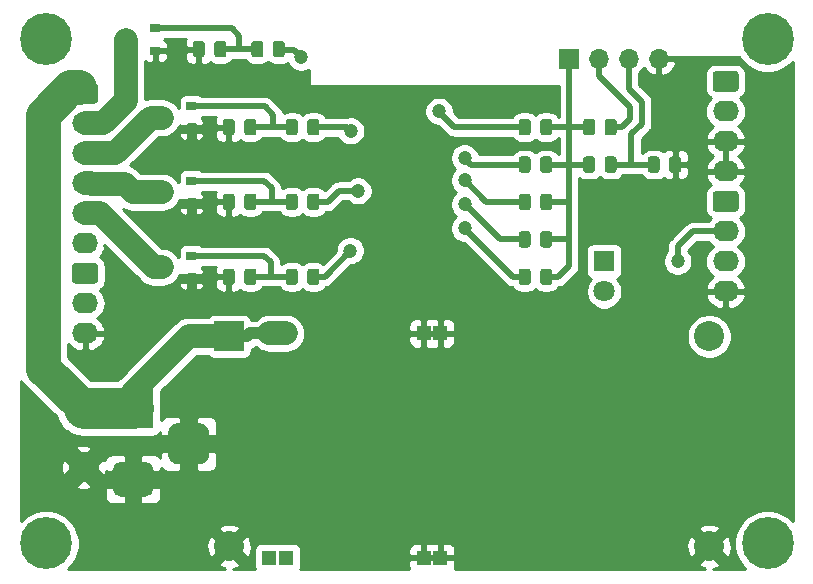
<source format=gbl>
G04 #@! TF.GenerationSoftware,KiCad,Pcbnew,(5.1.9)-1*
G04 #@! TF.CreationDate,2021-06-01T19:36:45+03:00*
G04 #@! TF.ProjectId,ESP-RGBW-3S,4553502d-5247-4425-972d-33532e6b6963,0.4*
G04 #@! TF.SameCoordinates,Original*
G04 #@! TF.FileFunction,Copper,L2,Bot*
G04 #@! TF.FilePolarity,Positive*
%FSLAX46Y46*%
G04 Gerber Fmt 4.6, Leading zero omitted, Abs format (unit mm)*
G04 Created by KiCad (PCBNEW (5.1.9)-1) date 2021-06-01 19:36:45*
%MOMM*%
%LPD*%
G01*
G04 APERTURE LIST*
G04 #@! TA.AperFunction,ComponentPad*
%ADD10R,1.308000X1.308000*%
G04 #@! TD*
G04 #@! TA.AperFunction,SMDPad,CuDef*
%ADD11R,0.900000X0.800000*%
G04 #@! TD*
G04 #@! TA.AperFunction,ComponentPad*
%ADD12C,2.600000*%
G04 #@! TD*
G04 #@! TA.AperFunction,ComponentPad*
%ADD13R,2.600000X2.600000*%
G04 #@! TD*
G04 #@! TA.AperFunction,ComponentPad*
%ADD14R,2.540000X2.540000*%
G04 #@! TD*
G04 #@! TA.AperFunction,ComponentPad*
%ADD15C,2.540000*%
G04 #@! TD*
G04 #@! TA.AperFunction,ComponentPad*
%ADD16O,2.200000X1.740000*%
G04 #@! TD*
G04 #@! TA.AperFunction,ComponentPad*
%ADD17C,0.700000*%
G04 #@! TD*
G04 #@! TA.AperFunction,ComponentPad*
%ADD18C,4.400000*%
G04 #@! TD*
G04 #@! TA.AperFunction,ComponentPad*
%ADD19C,1.800000*%
G04 #@! TD*
G04 #@! TA.AperFunction,ComponentPad*
%ADD20R,1.800000X1.800000*%
G04 #@! TD*
G04 #@! TA.AperFunction,ComponentPad*
%ADD21R,3.500000X3.500000*%
G04 #@! TD*
G04 #@! TA.AperFunction,ComponentPad*
%ADD22O,1.700000X1.700000*%
G04 #@! TD*
G04 #@! TA.AperFunction,ComponentPad*
%ADD23R,1.700000X1.700000*%
G04 #@! TD*
G04 #@! TA.AperFunction,ViaPad*
%ADD24C,1.200000*%
G04 #@! TD*
G04 #@! TA.AperFunction,Conductor*
%ADD25C,0.500000*%
G04 #@! TD*
G04 #@! TA.AperFunction,Conductor*
%ADD26C,2.000000*%
G04 #@! TD*
G04 #@! TA.AperFunction,Conductor*
%ADD27C,1.000000*%
G04 #@! TD*
G04 #@! TA.AperFunction,Conductor*
%ADD28C,3.500000*%
G04 #@! TD*
G04 #@! TA.AperFunction,Conductor*
%ADD29C,3.000000*%
G04 #@! TD*
G04 #@! TA.AperFunction,Conductor*
%ADD30C,0.254000*%
G04 #@! TD*
G04 #@! TA.AperFunction,Conductor*
%ADD31C,0.100000*%
G04 #@! TD*
G04 APERTURE END LIST*
D10*
X42144600Y-72087400D03*
X40744600Y-72087400D03*
X53814600Y-72087400D03*
X55214600Y-72087400D03*
X53814600Y-53087400D03*
X55214600Y-53087400D03*
X42144600Y-53087400D03*
X40744600Y-53087400D03*
D11*
X29099000Y-28221000D03*
X31099000Y-29171000D03*
X31099000Y-27271000D03*
D12*
X25019000Y-64436000D03*
D13*
X25019000Y-59436000D03*
D14*
X37338000Y-53340000D03*
D15*
X37338000Y-71120000D03*
X77978000Y-53340000D03*
X77978000Y-71120000D03*
G04 #@! TA.AperFunction,SMDPad,CuDef*
G36*
G01*
X72768400Y-39243252D02*
X72768400Y-38343248D01*
G75*
G02*
X73018398Y-38093250I249998J0D01*
G01*
X73543402Y-38093250D01*
G75*
G02*
X73793400Y-38343248I0J-249998D01*
G01*
X73793400Y-39243252D01*
G75*
G02*
X73543402Y-39493250I-249998J0D01*
G01*
X73018398Y-39493250D01*
G75*
G02*
X72768400Y-39243252I0J249998D01*
G01*
G37*
G04 #@! TD.AperFunction*
G04 #@! TA.AperFunction,SMDPad,CuDef*
G36*
G01*
X74593400Y-39243252D02*
X74593400Y-38343248D01*
G75*
G02*
X74843398Y-38093250I249998J0D01*
G01*
X75368402Y-38093250D01*
G75*
G02*
X75618400Y-38343248I0J-249998D01*
G01*
X75618400Y-39243252D01*
G75*
G02*
X75368402Y-39493250I-249998J0D01*
G01*
X74843398Y-39493250D01*
G75*
G02*
X74593400Y-39243252I0J249998D01*
G01*
G37*
G04 #@! TD.AperFunction*
G04 #@! TA.AperFunction,SMDPad,CuDef*
G36*
G01*
X69132400Y-39243252D02*
X69132400Y-38343248D01*
G75*
G02*
X69382398Y-38093250I249998J0D01*
G01*
X69907402Y-38093250D01*
G75*
G02*
X70157400Y-38343248I0J-249998D01*
G01*
X70157400Y-39243252D01*
G75*
G02*
X69907402Y-39493250I-249998J0D01*
G01*
X69382398Y-39493250D01*
G75*
G02*
X69132400Y-39243252I0J249998D01*
G01*
G37*
G04 #@! TD.AperFunction*
G04 #@! TA.AperFunction,SMDPad,CuDef*
G36*
G01*
X67307400Y-39243252D02*
X67307400Y-38343248D01*
G75*
G02*
X67557398Y-38093250I249998J0D01*
G01*
X68082402Y-38093250D01*
G75*
G02*
X68332400Y-38343248I0J-249998D01*
G01*
X68332400Y-39243252D01*
G75*
G02*
X68082402Y-39493250I-249998J0D01*
G01*
X67557398Y-39493250D01*
G75*
G02*
X67307400Y-39243252I0J249998D01*
G01*
G37*
G04 #@! TD.AperFunction*
G04 #@! TA.AperFunction,SMDPad,CuDef*
G36*
G01*
X69132400Y-36075002D02*
X69132400Y-35174998D01*
G75*
G02*
X69382398Y-34925000I249998J0D01*
G01*
X69907402Y-34925000D01*
G75*
G02*
X70157400Y-35174998I0J-249998D01*
G01*
X70157400Y-36075002D01*
G75*
G02*
X69907402Y-36325000I-249998J0D01*
G01*
X69382398Y-36325000D01*
G75*
G02*
X69132400Y-36075002I0J249998D01*
G01*
G37*
G04 #@! TD.AperFunction*
G04 #@! TA.AperFunction,SMDPad,CuDef*
G36*
G01*
X67307400Y-36075002D02*
X67307400Y-35174998D01*
G75*
G02*
X67557398Y-34925000I249998J0D01*
G01*
X68082402Y-34925000D01*
G75*
G02*
X68332400Y-35174998I0J-249998D01*
G01*
X68332400Y-36075002D01*
G75*
G02*
X68082402Y-36325000I-249998J0D01*
G01*
X67557398Y-36325000D01*
G75*
G02*
X67307400Y-36075002I0J249998D01*
G01*
G37*
G04 #@! TD.AperFunction*
D16*
X79375000Y-39370000D03*
X25146000Y-45466000D03*
D11*
X32147000Y-34825000D03*
X34147000Y-35775000D03*
X34147000Y-33875000D03*
X32147000Y-47498000D03*
X34147000Y-48448000D03*
X34147000Y-46548000D03*
X32147000Y-41148000D03*
X34147000Y-42098000D03*
X34147000Y-40198000D03*
G04 #@! TA.AperFunction,SMDPad,CuDef*
G36*
G01*
X35287000Y-28570998D02*
X35287000Y-29471002D01*
G75*
G02*
X35037002Y-29721000I-249998J0D01*
G01*
X34511998Y-29721000D01*
G75*
G02*
X34262000Y-29471002I0J249998D01*
G01*
X34262000Y-28570998D01*
G75*
G02*
X34511998Y-28321000I249998J0D01*
G01*
X35037002Y-28321000D01*
G75*
G02*
X35287000Y-28570998I0J-249998D01*
G01*
G37*
G04 #@! TD.AperFunction*
G04 #@! TA.AperFunction,SMDPad,CuDef*
G36*
G01*
X37112000Y-28570998D02*
X37112000Y-29471002D01*
G75*
G02*
X36862002Y-29721000I-249998J0D01*
G01*
X36336998Y-29721000D01*
G75*
G02*
X36087000Y-29471002I0J249998D01*
G01*
X36087000Y-28570998D01*
G75*
G02*
X36336998Y-28321000I249998J0D01*
G01*
X36862002Y-28321000D01*
G75*
G02*
X37112000Y-28570998I0J-249998D01*
G01*
G37*
G04 #@! TD.AperFunction*
G04 #@! TA.AperFunction,SMDPad,CuDef*
G36*
G01*
X37827000Y-35174998D02*
X37827000Y-36075002D01*
G75*
G02*
X37577002Y-36325000I-249998J0D01*
G01*
X37051998Y-36325000D01*
G75*
G02*
X36802000Y-36075002I0J249998D01*
G01*
X36802000Y-35174998D01*
G75*
G02*
X37051998Y-34925000I249998J0D01*
G01*
X37577002Y-34925000D01*
G75*
G02*
X37827000Y-35174998I0J-249998D01*
G01*
G37*
G04 #@! TD.AperFunction*
G04 #@! TA.AperFunction,SMDPad,CuDef*
G36*
G01*
X39652000Y-35174998D02*
X39652000Y-36075002D01*
G75*
G02*
X39402002Y-36325000I-249998J0D01*
G01*
X38876998Y-36325000D01*
G75*
G02*
X38627000Y-36075002I0J249998D01*
G01*
X38627000Y-35174998D01*
G75*
G02*
X38876998Y-34925000I249998J0D01*
G01*
X39402002Y-34925000D01*
G75*
G02*
X39652000Y-35174998I0J-249998D01*
G01*
G37*
G04 #@! TD.AperFunction*
G04 #@! TA.AperFunction,SMDPad,CuDef*
G36*
G01*
X37827000Y-41497998D02*
X37827000Y-42398002D01*
G75*
G02*
X37577002Y-42648000I-249998J0D01*
G01*
X37051998Y-42648000D01*
G75*
G02*
X36802000Y-42398002I0J249998D01*
G01*
X36802000Y-41497998D01*
G75*
G02*
X37051998Y-41248000I249998J0D01*
G01*
X37577002Y-41248000D01*
G75*
G02*
X37827000Y-41497998I0J-249998D01*
G01*
G37*
G04 #@! TD.AperFunction*
G04 #@! TA.AperFunction,SMDPad,CuDef*
G36*
G01*
X39652000Y-41497998D02*
X39652000Y-42398002D01*
G75*
G02*
X39402002Y-42648000I-249998J0D01*
G01*
X38876998Y-42648000D01*
G75*
G02*
X38627000Y-42398002I0J249998D01*
G01*
X38627000Y-41497998D01*
G75*
G02*
X38876998Y-41248000I249998J0D01*
G01*
X39402002Y-41248000D01*
G75*
G02*
X39652000Y-41497998I0J-249998D01*
G01*
G37*
G04 #@! TD.AperFunction*
G04 #@! TA.AperFunction,SMDPad,CuDef*
G36*
G01*
X37827000Y-47847998D02*
X37827000Y-48748002D01*
G75*
G02*
X37577002Y-48998000I-249998J0D01*
G01*
X37051998Y-48998000D01*
G75*
G02*
X36802000Y-48748002I0J249998D01*
G01*
X36802000Y-47847998D01*
G75*
G02*
X37051998Y-47598000I249998J0D01*
G01*
X37577002Y-47598000D01*
G75*
G02*
X37827000Y-47847998I0J-249998D01*
G01*
G37*
G04 #@! TD.AperFunction*
G04 #@! TA.AperFunction,SMDPad,CuDef*
G36*
G01*
X39652000Y-47847998D02*
X39652000Y-48748002D01*
G75*
G02*
X39402002Y-48998000I-249998J0D01*
G01*
X38876998Y-48998000D01*
G75*
G02*
X38627000Y-48748002I0J249998D01*
G01*
X38627000Y-47847998D01*
G75*
G02*
X38876998Y-47598000I249998J0D01*
G01*
X39402002Y-47598000D01*
G75*
G02*
X39652000Y-47847998I0J-249998D01*
G01*
G37*
G04 #@! TD.AperFunction*
G04 #@! TA.AperFunction,SMDPad,CuDef*
G36*
G01*
X43161000Y-47847998D02*
X43161000Y-48748002D01*
G75*
G02*
X42911002Y-48998000I-249998J0D01*
G01*
X42385998Y-48998000D01*
G75*
G02*
X42136000Y-48748002I0J249998D01*
G01*
X42136000Y-47847998D01*
G75*
G02*
X42385998Y-47598000I249998J0D01*
G01*
X42911002Y-47598000D01*
G75*
G02*
X43161000Y-47847998I0J-249998D01*
G01*
G37*
G04 #@! TD.AperFunction*
G04 #@! TA.AperFunction,SMDPad,CuDef*
G36*
G01*
X44986000Y-47847998D02*
X44986000Y-48748002D01*
G75*
G02*
X44736002Y-48998000I-249998J0D01*
G01*
X44210998Y-48998000D01*
G75*
G02*
X43961000Y-48748002I0J249998D01*
G01*
X43961000Y-47847998D01*
G75*
G02*
X44210998Y-47598000I249998J0D01*
G01*
X44736002Y-47598000D01*
G75*
G02*
X44986000Y-47847998I0J-249998D01*
G01*
G37*
G04 #@! TD.AperFunction*
G04 #@! TA.AperFunction,SMDPad,CuDef*
G36*
G01*
X43161000Y-41497998D02*
X43161000Y-42398002D01*
G75*
G02*
X42911002Y-42648000I-249998J0D01*
G01*
X42385998Y-42648000D01*
G75*
G02*
X42136000Y-42398002I0J249998D01*
G01*
X42136000Y-41497998D01*
G75*
G02*
X42385998Y-41248000I249998J0D01*
G01*
X42911002Y-41248000D01*
G75*
G02*
X43161000Y-41497998I0J-249998D01*
G01*
G37*
G04 #@! TD.AperFunction*
G04 #@! TA.AperFunction,SMDPad,CuDef*
G36*
G01*
X44986000Y-41497998D02*
X44986000Y-42398002D01*
G75*
G02*
X44736002Y-42648000I-249998J0D01*
G01*
X44210998Y-42648000D01*
G75*
G02*
X43961000Y-42398002I0J249998D01*
G01*
X43961000Y-41497998D01*
G75*
G02*
X44210998Y-41248000I249998J0D01*
G01*
X44736002Y-41248000D01*
G75*
G02*
X44986000Y-41497998I0J-249998D01*
G01*
G37*
G04 #@! TD.AperFunction*
G04 #@! TA.AperFunction,SMDPad,CuDef*
G36*
G01*
X43161000Y-35174998D02*
X43161000Y-36075002D01*
G75*
G02*
X42911002Y-36325000I-249998J0D01*
G01*
X42385998Y-36325000D01*
G75*
G02*
X42136000Y-36075002I0J249998D01*
G01*
X42136000Y-35174998D01*
G75*
G02*
X42385998Y-34925000I249998J0D01*
G01*
X42911002Y-34925000D01*
G75*
G02*
X43161000Y-35174998I0J-249998D01*
G01*
G37*
G04 #@! TD.AperFunction*
G04 #@! TA.AperFunction,SMDPad,CuDef*
G36*
G01*
X44986000Y-35174998D02*
X44986000Y-36075002D01*
G75*
G02*
X44736002Y-36325000I-249998J0D01*
G01*
X44210998Y-36325000D01*
G75*
G02*
X43961000Y-36075002I0J249998D01*
G01*
X43961000Y-35174998D01*
G75*
G02*
X44210998Y-34925000I249998J0D01*
G01*
X44736002Y-34925000D01*
G75*
G02*
X44986000Y-35174998I0J-249998D01*
G01*
G37*
G04 #@! TD.AperFunction*
G04 #@! TA.AperFunction,SMDPad,CuDef*
G36*
G01*
X40240000Y-28570998D02*
X40240000Y-29471002D01*
G75*
G02*
X39990002Y-29721000I-249998J0D01*
G01*
X39464998Y-29721000D01*
G75*
G02*
X39215000Y-29471002I0J249998D01*
G01*
X39215000Y-28570998D01*
G75*
G02*
X39464998Y-28321000I249998J0D01*
G01*
X39990002Y-28321000D01*
G75*
G02*
X40240000Y-28570998I0J-249998D01*
G01*
G37*
G04 #@! TD.AperFunction*
G04 #@! TA.AperFunction,SMDPad,CuDef*
G36*
G01*
X42065000Y-28570998D02*
X42065000Y-29471002D01*
G75*
G02*
X41815002Y-29721000I-249998J0D01*
G01*
X41289998Y-29721000D01*
G75*
G02*
X41040000Y-29471002I0J249998D01*
G01*
X41040000Y-28570998D01*
G75*
G02*
X41289998Y-28321000I249998J0D01*
G01*
X41815002Y-28321000D01*
G75*
G02*
X42065000Y-28570998I0J-249998D01*
G01*
G37*
G04 #@! TD.AperFunction*
G04 #@! TA.AperFunction,SMDPad,CuDef*
G36*
G01*
X62871400Y-38343248D02*
X62871400Y-39243252D01*
G75*
G02*
X62621402Y-39493250I-249998J0D01*
G01*
X62096398Y-39493250D01*
G75*
G02*
X61846400Y-39243252I0J249998D01*
G01*
X61846400Y-38343248D01*
G75*
G02*
X62096398Y-38093250I249998J0D01*
G01*
X62621402Y-38093250D01*
G75*
G02*
X62871400Y-38343248I0J-249998D01*
G01*
G37*
G04 #@! TD.AperFunction*
G04 #@! TA.AperFunction,SMDPad,CuDef*
G36*
G01*
X64696400Y-38343248D02*
X64696400Y-39243252D01*
G75*
G02*
X64446402Y-39493250I-249998J0D01*
G01*
X63921398Y-39493250D01*
G75*
G02*
X63671400Y-39243252I0J249998D01*
G01*
X63671400Y-38343248D01*
G75*
G02*
X63921398Y-38093250I249998J0D01*
G01*
X64446402Y-38093250D01*
G75*
G02*
X64696400Y-38343248I0J-249998D01*
G01*
G37*
G04 #@! TD.AperFunction*
G04 #@! TA.AperFunction,SMDPad,CuDef*
G36*
G01*
X62871400Y-41511498D02*
X62871400Y-42411502D01*
G75*
G02*
X62621402Y-42661500I-249998J0D01*
G01*
X62096398Y-42661500D01*
G75*
G02*
X61846400Y-42411502I0J249998D01*
G01*
X61846400Y-41511498D01*
G75*
G02*
X62096398Y-41261500I249998J0D01*
G01*
X62621402Y-41261500D01*
G75*
G02*
X62871400Y-41511498I0J-249998D01*
G01*
G37*
G04 #@! TD.AperFunction*
G04 #@! TA.AperFunction,SMDPad,CuDef*
G36*
G01*
X64696400Y-41511498D02*
X64696400Y-42411502D01*
G75*
G02*
X64446402Y-42661500I-249998J0D01*
G01*
X63921398Y-42661500D01*
G75*
G02*
X63671400Y-42411502I0J249998D01*
G01*
X63671400Y-41511498D01*
G75*
G02*
X63921398Y-41261500I249998J0D01*
G01*
X64446402Y-41261500D01*
G75*
G02*
X64696400Y-41511498I0J-249998D01*
G01*
G37*
G04 #@! TD.AperFunction*
G04 #@! TA.AperFunction,SMDPad,CuDef*
G36*
G01*
X62871400Y-44679748D02*
X62871400Y-45579752D01*
G75*
G02*
X62621402Y-45829750I-249998J0D01*
G01*
X62096398Y-45829750D01*
G75*
G02*
X61846400Y-45579752I0J249998D01*
G01*
X61846400Y-44679748D01*
G75*
G02*
X62096398Y-44429750I249998J0D01*
G01*
X62621402Y-44429750D01*
G75*
G02*
X62871400Y-44679748I0J-249998D01*
G01*
G37*
G04 #@! TD.AperFunction*
G04 #@! TA.AperFunction,SMDPad,CuDef*
G36*
G01*
X64696400Y-44679748D02*
X64696400Y-45579752D01*
G75*
G02*
X64446402Y-45829750I-249998J0D01*
G01*
X63921398Y-45829750D01*
G75*
G02*
X63671400Y-45579752I0J249998D01*
G01*
X63671400Y-44679748D01*
G75*
G02*
X63921398Y-44429750I249998J0D01*
G01*
X64446402Y-44429750D01*
G75*
G02*
X64696400Y-44679748I0J-249998D01*
G01*
G37*
G04 #@! TD.AperFunction*
G04 #@! TA.AperFunction,SMDPad,CuDef*
G36*
G01*
X62871400Y-47847998D02*
X62871400Y-48748002D01*
G75*
G02*
X62621402Y-48998000I-249998J0D01*
G01*
X62096398Y-48998000D01*
G75*
G02*
X61846400Y-48748002I0J249998D01*
G01*
X61846400Y-47847998D01*
G75*
G02*
X62096398Y-47598000I249998J0D01*
G01*
X62621402Y-47598000D01*
G75*
G02*
X62871400Y-47847998I0J-249998D01*
G01*
G37*
G04 #@! TD.AperFunction*
G04 #@! TA.AperFunction,SMDPad,CuDef*
G36*
G01*
X64696400Y-47847998D02*
X64696400Y-48748002D01*
G75*
G02*
X64446402Y-48998000I-249998J0D01*
G01*
X63921398Y-48998000D01*
G75*
G02*
X63671400Y-48748002I0J249998D01*
G01*
X63671400Y-47847998D01*
G75*
G02*
X63921398Y-47598000I249998J0D01*
G01*
X64446402Y-47598000D01*
G75*
G02*
X64696400Y-47847998I0J-249998D01*
G01*
G37*
G04 #@! TD.AperFunction*
G04 #@! TA.AperFunction,SMDPad,CuDef*
G36*
G01*
X62871400Y-35174998D02*
X62871400Y-36075002D01*
G75*
G02*
X62621402Y-36325000I-249998J0D01*
G01*
X62096398Y-36325000D01*
G75*
G02*
X61846400Y-36075002I0J249998D01*
G01*
X61846400Y-35174998D01*
G75*
G02*
X62096398Y-34925000I249998J0D01*
G01*
X62621402Y-34925000D01*
G75*
G02*
X62871400Y-35174998I0J-249998D01*
G01*
G37*
G04 #@! TD.AperFunction*
G04 #@! TA.AperFunction,SMDPad,CuDef*
G36*
G01*
X64696400Y-35174998D02*
X64696400Y-36075002D01*
G75*
G02*
X64446402Y-36325000I-249998J0D01*
G01*
X63921398Y-36325000D01*
G75*
G02*
X63671400Y-36075002I0J249998D01*
G01*
X63671400Y-35174998D01*
G75*
G02*
X63921398Y-34925000I249998J0D01*
G01*
X64446402Y-34925000D01*
G75*
G02*
X64696400Y-35174998I0J-249998D01*
G01*
G37*
G04 #@! TD.AperFunction*
D16*
X79375000Y-49530000D03*
X79375000Y-46990000D03*
X79375000Y-44450000D03*
G04 #@! TA.AperFunction,ComponentPad*
G36*
G01*
X78524999Y-41040000D02*
X80225001Y-41040000D01*
G75*
G02*
X80475000Y-41289999I0J-249999D01*
G01*
X80475000Y-42530001D01*
G75*
G02*
X80225001Y-42780000I-249999J0D01*
G01*
X78524999Y-42780000D01*
G75*
G02*
X78275000Y-42530001I0J249999D01*
G01*
X78275000Y-41289999D01*
G75*
G02*
X78524999Y-41040000I249999J0D01*
G01*
G37*
G04 #@! TD.AperFunction*
X25146000Y-53086000D03*
X25146000Y-50546000D03*
G04 #@! TA.AperFunction,ComponentPad*
G36*
G01*
X24295999Y-47136000D02*
X25996001Y-47136000D01*
G75*
G02*
X26246000Y-47385999I0J-249999D01*
G01*
X26246000Y-48626001D01*
G75*
G02*
X25996001Y-48876000I-249999J0D01*
G01*
X24295999Y-48876000D01*
G75*
G02*
X24046000Y-48626001I0J249999D01*
G01*
X24046000Y-47385999D01*
G75*
G02*
X24295999Y-47136000I249999J0D01*
G01*
G37*
G04 #@! TD.AperFunction*
X79375000Y-36830000D03*
X79375000Y-34290000D03*
G04 #@! TA.AperFunction,ComponentPad*
G36*
G01*
X78524999Y-30880000D02*
X80225001Y-30880000D01*
G75*
G02*
X80475000Y-31129999I0J-249999D01*
G01*
X80475000Y-32370001D01*
G75*
G02*
X80225001Y-32620000I-249999J0D01*
G01*
X78524999Y-32620000D01*
G75*
G02*
X78275000Y-32370001I0J249999D01*
G01*
X78275000Y-31129999D01*
G75*
G02*
X78524999Y-30880000I249999J0D01*
G01*
G37*
G04 #@! TD.AperFunction*
D17*
X23010726Y-27027274D03*
X21844000Y-26544000D03*
X20677274Y-27027274D03*
X20194000Y-28194000D03*
X20677274Y-29360726D03*
X21844000Y-29844000D03*
X23010726Y-29360726D03*
X23494000Y-28194000D03*
D18*
X21844000Y-28194000D03*
D17*
X84097726Y-27027274D03*
X82931000Y-26544000D03*
X81764274Y-27027274D03*
X81281000Y-28194000D03*
X81764274Y-29360726D03*
X82931000Y-29844000D03*
X84097726Y-29360726D03*
X84581000Y-28194000D03*
D18*
X82931000Y-28194000D03*
X82931000Y-70866000D03*
D17*
X84581000Y-70866000D03*
X84097726Y-72032726D03*
X82931000Y-72516000D03*
X81764274Y-72032726D03*
X81281000Y-70866000D03*
X81764274Y-69699274D03*
X82931000Y-69216000D03*
X84097726Y-69699274D03*
D18*
X21844000Y-70866000D03*
D17*
X23494000Y-70866000D03*
X23010726Y-72032726D03*
X21844000Y-72516000D03*
X20677274Y-72032726D03*
X20194000Y-70866000D03*
X20677274Y-69699274D03*
X21844000Y-69216000D03*
X23010726Y-69699274D03*
D19*
X69088000Y-49530000D03*
D20*
X69088000Y-46990000D03*
G04 #@! TA.AperFunction,ComponentPad*
G36*
G01*
X34785000Y-64186000D02*
X33035000Y-64186000D01*
G75*
G02*
X32160000Y-63311000I0J875000D01*
G01*
X32160000Y-61561000D01*
G75*
G02*
X33035000Y-60686000I875000J0D01*
G01*
X34785000Y-60686000D01*
G75*
G02*
X35660000Y-61561000I0J-875000D01*
G01*
X35660000Y-63311000D01*
G75*
G02*
X34785000Y-64186000I-875000J0D01*
G01*
G37*
G04 #@! TD.AperFunction*
G04 #@! TA.AperFunction,ComponentPad*
G36*
G01*
X30210000Y-66936000D02*
X28210000Y-66936000D01*
G75*
G02*
X27460000Y-66186000I0J750000D01*
G01*
X27460000Y-64686000D01*
G75*
G02*
X28210000Y-63936000I750000J0D01*
G01*
X30210000Y-63936000D01*
G75*
G02*
X30960000Y-64686000I0J-750000D01*
G01*
X30960000Y-66186000D01*
G75*
G02*
X30210000Y-66936000I-750000J0D01*
G01*
G37*
G04 #@! TD.AperFunction*
D21*
X29210000Y-59436000D03*
D22*
X73719399Y-29845000D03*
X71179399Y-29845000D03*
X68639399Y-29845000D03*
D23*
X66099399Y-29845000D03*
D16*
X25146000Y-42926000D03*
X25146000Y-40386000D03*
X25146000Y-37846000D03*
X25146000Y-35306000D03*
G04 #@! TA.AperFunction,ComponentPad*
G36*
G01*
X24295999Y-31896000D02*
X25996001Y-31896000D01*
G75*
G02*
X26246000Y-32145999I0J-249999D01*
G01*
X26246000Y-33386001D01*
G75*
G02*
X25996001Y-33636000I-249999J0D01*
G01*
X24295999Y-33636000D01*
G75*
G02*
X24046000Y-33386001I0J249999D01*
G01*
X24046000Y-32145999D01*
G75*
G02*
X24295999Y-31896000I249999J0D01*
G01*
G37*
G04 #@! TD.AperFunction*
D24*
X73812400Y-34188400D03*
X33274000Y-50546000D03*
X60706000Y-51054000D03*
X64160400Y-32766000D03*
X75387200Y-41884600D03*
X75311000Y-46990000D03*
X57277000Y-38227000D03*
X57277000Y-40132000D03*
X55115898Y-34287898D03*
X57277000Y-44196000D03*
X57277000Y-42164000D03*
X47599600Y-46075600D03*
X47625000Y-35941000D03*
X48260000Y-41021000D03*
X43434000Y-29718000D03*
D25*
X66013900Y-41961500D02*
X66116200Y-41859200D01*
X64183900Y-41961500D02*
X66013900Y-41961500D01*
X66116200Y-41452800D02*
X66116200Y-41859200D01*
X65189200Y-48298000D02*
X64183900Y-48298000D01*
X66116200Y-47371000D02*
X65189200Y-48298000D01*
X66046050Y-45129750D02*
X66116200Y-45059600D01*
X64183900Y-45129750D02*
X66046050Y-45129750D01*
X66116200Y-45059600D02*
X66116200Y-47371000D01*
X66116200Y-41452800D02*
X66116200Y-45059600D01*
X66116200Y-29861801D02*
X66099399Y-29845000D01*
X66076600Y-35625000D02*
X66116200Y-35585400D01*
X64183900Y-35625000D02*
X66076600Y-35625000D01*
X66116200Y-35585400D02*
X66116200Y-29861801D01*
X66155800Y-35625000D02*
X66116200Y-35585400D01*
X67819900Y-35625000D02*
X66155800Y-35625000D01*
X66108750Y-38793250D02*
X66116200Y-38785800D01*
X64183900Y-38793250D02*
X66108750Y-38793250D01*
X66116200Y-38785800D02*
X66116200Y-35585400D01*
X66116200Y-41452800D02*
X66116200Y-38785800D01*
X67819900Y-38793250D02*
X66108750Y-38793250D01*
D26*
X33909000Y-53340000D02*
X37338000Y-53340000D01*
X29210000Y-58039000D02*
X33909000Y-53340000D01*
X29210000Y-59436000D02*
X29210000Y-58039000D01*
D27*
X37338000Y-53340000D02*
X38862000Y-53340000D01*
X39114600Y-53087400D02*
X40744600Y-53087400D01*
X38862000Y-53340000D02*
X39114600Y-53087400D01*
D26*
X40744600Y-53087400D02*
X42144600Y-53087400D01*
D28*
X25019000Y-59436000D02*
X29210000Y-59436000D01*
D29*
X23905193Y-32258000D02*
X24638000Y-32258000D01*
X21590000Y-34573193D02*
X23905193Y-32258000D01*
X21590000Y-56066000D02*
X21590000Y-34573193D01*
X21649000Y-56066000D02*
X21590000Y-56066000D01*
X25019000Y-59436000D02*
X21649000Y-56066000D01*
D25*
X68639399Y-31301399D02*
X68639399Y-29845000D01*
X71247000Y-34975800D02*
X71247000Y-33909000D01*
X70597800Y-35625000D02*
X71247000Y-34975800D01*
X71247000Y-33909000D02*
X68639399Y-31301399D01*
X69644900Y-35625000D02*
X70597800Y-35625000D01*
X69644900Y-38793250D02*
X71442750Y-38793250D01*
X71442750Y-38793250D02*
X73280900Y-38793250D01*
X71179399Y-32393599D02*
X71179399Y-29845000D01*
X72288400Y-33502600D02*
X71179399Y-32393599D01*
X72288400Y-35348627D02*
X72288400Y-33502600D01*
X71399400Y-36237627D02*
X72288400Y-35348627D01*
X71399400Y-38749900D02*
X71399400Y-36237627D01*
X71442750Y-38793250D02*
X71399400Y-38749900D01*
D26*
X26670000Y-35306000D02*
X25146000Y-35306000D01*
X28599000Y-33377000D02*
X26670000Y-35306000D01*
X28599000Y-28221000D02*
X28599000Y-33377000D01*
X27686000Y-37846000D02*
X25146000Y-37846000D01*
X30707000Y-34825000D02*
X27686000Y-37846000D01*
X31647000Y-34825000D02*
X30707000Y-34825000D01*
X25654000Y-40386000D02*
X25146000Y-40386000D01*
X25693991Y-40425991D02*
X25654000Y-40386000D01*
X28487991Y-40425991D02*
X25693991Y-40425991D01*
X29210000Y-41148000D02*
X28487991Y-40425991D01*
X31647000Y-41148000D02*
X29210000Y-41148000D01*
X26416000Y-42926000D02*
X25146000Y-42926000D01*
X30988000Y-47498000D02*
X26416000Y-42926000D01*
X31647000Y-47498000D02*
X30988000Y-47498000D01*
D25*
X57023000Y-37973000D02*
X57277000Y-38227000D01*
X57023000Y-38227000D02*
X57277000Y-38227000D01*
X76581000Y-44450000D02*
X79375000Y-44450000D01*
X75311000Y-45720000D02*
X76581000Y-44450000D01*
X75311000Y-46990000D02*
X75311000Y-45720000D01*
X57277000Y-38252400D02*
X57277000Y-38227000D01*
X57817850Y-38793250D02*
X57277000Y-38252400D01*
X62358900Y-38793250D02*
X57817850Y-38793250D01*
X57150000Y-40132000D02*
X57277000Y-40132000D01*
X57302400Y-40132000D02*
X57277000Y-40132000D01*
X59131900Y-41961500D02*
X57302400Y-40132000D01*
X62358900Y-41961500D02*
X59131900Y-41961500D01*
X31099000Y-27271000D02*
X37558000Y-27271000D01*
X38162000Y-27875000D02*
X38162000Y-29021000D01*
X38162000Y-29021000D02*
X36599500Y-29021000D01*
X37558000Y-27271000D02*
X38162000Y-27875000D01*
X39727500Y-29021000D02*
X38162000Y-29021000D01*
X34147000Y-33875000D02*
X40352000Y-33875000D01*
X41086000Y-34609000D02*
X41086000Y-35625000D01*
X40352000Y-33875000D02*
X41086000Y-34609000D01*
X41086000Y-35625000D02*
X42648500Y-35625000D01*
X39139500Y-35625000D02*
X41086000Y-35625000D01*
X34147000Y-40198000D02*
X40325000Y-40198000D01*
X40932000Y-40805000D02*
X40932000Y-41948000D01*
X40325000Y-40198000D02*
X40932000Y-40805000D01*
X40932000Y-41948000D02*
X42648500Y-41948000D01*
X39139500Y-41948000D02*
X40932000Y-41948000D01*
X34147000Y-46548000D02*
X40325000Y-46548000D01*
X40325000Y-46548000D02*
X40856000Y-47079000D01*
X40856000Y-47079000D02*
X40856000Y-48298000D01*
X40856000Y-48298000D02*
X42648500Y-48298000D01*
X39139500Y-48298000D02*
X40856000Y-48298000D01*
X55118876Y-34284920D02*
X55115898Y-34287898D01*
X55115898Y-34338698D02*
X55115898Y-34287898D01*
X56402200Y-35625000D02*
X55115898Y-34338698D01*
X62358900Y-35625000D02*
X56402200Y-35625000D01*
X57277000Y-44221400D02*
X57277000Y-44196000D01*
X61353600Y-48298000D02*
X57277000Y-44221400D01*
X62358900Y-48298000D02*
X61353600Y-48298000D01*
X57302400Y-42164000D02*
X57277000Y-42164000D01*
X60242750Y-45129750D02*
X57277000Y-42164000D01*
X62358900Y-45129750D02*
X60242750Y-45129750D01*
X47599600Y-46126400D02*
X47599600Y-46075600D01*
X45428000Y-48298000D02*
X47599600Y-46126400D01*
X44473500Y-48298000D02*
X45428000Y-48298000D01*
X47309000Y-35625000D02*
X47625000Y-35941000D01*
X44473500Y-35625000D02*
X47309000Y-35625000D01*
X46609000Y-41021000D02*
X48260000Y-41021000D01*
X45682000Y-41948000D02*
X46609000Y-41021000D01*
X44473500Y-41948000D02*
X45682000Y-41948000D01*
X43316000Y-29600000D02*
X43434000Y-29718000D01*
X43434000Y-29718000D02*
X42799000Y-29083000D01*
X41614500Y-29083000D02*
X41552500Y-29021000D01*
X42799000Y-29083000D02*
X41614500Y-29083000D01*
D30*
X33636188Y-28196518D02*
X33623928Y-28321000D01*
X33627000Y-28735250D01*
X33785750Y-28894000D01*
X34647500Y-28894000D01*
X34647500Y-28874000D01*
X34901500Y-28874000D01*
X34901500Y-28894000D01*
X34921500Y-28894000D01*
X34921500Y-29148000D01*
X34901500Y-29148000D01*
X34901500Y-30197250D01*
X35060250Y-30356000D01*
X35287000Y-30359072D01*
X35411482Y-30346812D01*
X35531180Y-30310502D01*
X35641494Y-30251537D01*
X35738185Y-30172185D01*
X35762363Y-30142724D01*
X35843613Y-30209405D01*
X35997148Y-30291472D01*
X36163744Y-30342008D01*
X36336998Y-30359072D01*
X36862002Y-30359072D01*
X37035256Y-30342008D01*
X37201852Y-30291472D01*
X37355387Y-30209405D01*
X37489962Y-30098962D01*
X37600405Y-29964387D01*
X37631614Y-29906000D01*
X38118524Y-29906000D01*
X38162000Y-29910282D01*
X38205477Y-29906000D01*
X38695386Y-29906000D01*
X38726595Y-29964387D01*
X38837038Y-30098962D01*
X38971613Y-30209405D01*
X39125148Y-30291472D01*
X39291744Y-30342008D01*
X39464998Y-30359072D01*
X39990002Y-30359072D01*
X40163256Y-30342008D01*
X40329852Y-30291472D01*
X40483387Y-30209405D01*
X40617962Y-30098962D01*
X40640000Y-30072109D01*
X40662038Y-30098962D01*
X40796613Y-30209405D01*
X40950148Y-30291472D01*
X41116744Y-30342008D01*
X41289998Y-30359072D01*
X41815002Y-30359072D01*
X41988256Y-30342008D01*
X42154852Y-30291472D01*
X42302169Y-30212729D01*
X42339557Y-30302992D01*
X42474713Y-30505267D01*
X42646733Y-30677287D01*
X42849008Y-30812443D01*
X43073764Y-30905540D01*
X43312363Y-30953000D01*
X43555637Y-30953000D01*
X43794236Y-30905540D01*
X44018992Y-30812443D01*
X44069000Y-30779029D01*
X44069000Y-32011938D01*
X44071459Y-32036808D01*
X44078704Y-32060627D01*
X44090457Y-32082575D01*
X44106265Y-32101808D01*
X44125522Y-32117588D01*
X44147488Y-32129307D01*
X44171317Y-32136516D01*
X44196096Y-32138938D01*
X65231201Y-32123098D01*
X65231200Y-34740000D01*
X65216014Y-34740000D01*
X65184805Y-34681613D01*
X65074362Y-34547038D01*
X64939787Y-34436595D01*
X64786252Y-34354528D01*
X64619656Y-34303992D01*
X64446402Y-34286928D01*
X63921398Y-34286928D01*
X63748144Y-34303992D01*
X63581548Y-34354528D01*
X63428013Y-34436595D01*
X63293438Y-34547038D01*
X63271400Y-34573891D01*
X63249362Y-34547038D01*
X63114787Y-34436595D01*
X62961252Y-34354528D01*
X62794656Y-34303992D01*
X62621402Y-34286928D01*
X62096398Y-34286928D01*
X61923144Y-34303992D01*
X61756548Y-34354528D01*
X61603013Y-34436595D01*
X61468438Y-34547038D01*
X61357995Y-34681613D01*
X61326786Y-34740000D01*
X56768779Y-34740000D01*
X56350898Y-34322120D01*
X56350898Y-34166261D01*
X56303438Y-33927662D01*
X56210341Y-33702906D01*
X56075185Y-33500631D01*
X55903165Y-33328611D01*
X55700890Y-33193455D01*
X55476134Y-33100358D01*
X55237535Y-33052898D01*
X54994261Y-33052898D01*
X54755662Y-33100358D01*
X54530906Y-33193455D01*
X54328631Y-33328611D01*
X54156611Y-33500631D01*
X54021455Y-33702906D01*
X53928358Y-33927662D01*
X53880898Y-34166261D01*
X53880898Y-34409535D01*
X53928358Y-34648134D01*
X54021455Y-34872890D01*
X54156611Y-35075165D01*
X54328631Y-35247185D01*
X54530906Y-35382341D01*
X54755662Y-35475438D01*
X54994261Y-35522898D01*
X55048520Y-35522898D01*
X55745670Y-36220049D01*
X55773383Y-36253817D01*
X55807151Y-36281530D01*
X55807153Y-36281532D01*
X55899073Y-36356969D01*
X55908141Y-36364411D01*
X56061887Y-36446589D01*
X56228710Y-36497195D01*
X56358723Y-36510000D01*
X56358731Y-36510000D01*
X56402200Y-36514281D01*
X56445669Y-36510000D01*
X61326786Y-36510000D01*
X61357995Y-36568387D01*
X61468438Y-36702962D01*
X61603013Y-36813405D01*
X61756548Y-36895472D01*
X61923144Y-36946008D01*
X62096398Y-36963072D01*
X62621402Y-36963072D01*
X62794656Y-36946008D01*
X62961252Y-36895472D01*
X63114787Y-36813405D01*
X63249362Y-36702962D01*
X63271400Y-36676109D01*
X63293438Y-36702962D01*
X63428013Y-36813405D01*
X63581548Y-36895472D01*
X63748144Y-36946008D01*
X63921398Y-36963072D01*
X64446402Y-36963072D01*
X64619656Y-36946008D01*
X64786252Y-36895472D01*
X64939787Y-36813405D01*
X65074362Y-36702962D01*
X65184805Y-36568387D01*
X65216014Y-36510000D01*
X65231201Y-36510000D01*
X65231200Y-37908250D01*
X65216014Y-37908250D01*
X65184805Y-37849863D01*
X65074362Y-37715288D01*
X64939787Y-37604845D01*
X64786252Y-37522778D01*
X64619656Y-37472242D01*
X64446402Y-37455178D01*
X63921398Y-37455178D01*
X63748144Y-37472242D01*
X63581548Y-37522778D01*
X63428013Y-37604845D01*
X63293438Y-37715288D01*
X63271400Y-37742141D01*
X63249362Y-37715288D01*
X63114787Y-37604845D01*
X62961252Y-37522778D01*
X62794656Y-37472242D01*
X62621402Y-37455178D01*
X62096398Y-37455178D01*
X61923144Y-37472242D01*
X61756548Y-37522778D01*
X61603013Y-37604845D01*
X61468438Y-37715288D01*
X61357995Y-37849863D01*
X61326786Y-37908250D01*
X58472792Y-37908250D01*
X58464540Y-37866764D01*
X58371443Y-37642008D01*
X58236287Y-37439733D01*
X58064267Y-37267713D01*
X57861992Y-37132557D01*
X57637236Y-37039460D01*
X57398637Y-36992000D01*
X57155363Y-36992000D01*
X56916764Y-37039460D01*
X56692008Y-37132557D01*
X56588227Y-37201901D01*
X56528941Y-37233590D01*
X56394183Y-37344183D01*
X56283590Y-37478941D01*
X56251901Y-37538227D01*
X56182557Y-37642008D01*
X56089460Y-37866764D01*
X56042000Y-38105363D01*
X56042000Y-38348637D01*
X56089460Y-38587236D01*
X56182557Y-38811992D01*
X56317713Y-39014267D01*
X56482946Y-39179500D01*
X56317713Y-39344733D01*
X56182557Y-39547008D01*
X56089460Y-39771764D01*
X56042000Y-40010363D01*
X56042000Y-40253637D01*
X56089460Y-40492236D01*
X56182557Y-40716992D01*
X56317713Y-40919267D01*
X56489733Y-41091287D01*
X56574610Y-41148000D01*
X56489733Y-41204713D01*
X56317713Y-41376733D01*
X56182557Y-41579008D01*
X56089460Y-41803764D01*
X56042000Y-42042363D01*
X56042000Y-42285637D01*
X56089460Y-42524236D01*
X56182557Y-42748992D01*
X56317713Y-42951267D01*
X56489733Y-43123287D01*
X56574610Y-43180000D01*
X56489733Y-43236713D01*
X56317713Y-43408733D01*
X56182557Y-43611008D01*
X56089460Y-43835764D01*
X56042000Y-44074363D01*
X56042000Y-44317637D01*
X56089460Y-44556236D01*
X56182557Y-44780992D01*
X56317713Y-44983267D01*
X56489733Y-45155287D01*
X56692008Y-45290443D01*
X56916764Y-45383540D01*
X57155363Y-45431000D01*
X57235022Y-45431000D01*
X60697070Y-48893049D01*
X60724783Y-48926817D01*
X60758551Y-48954530D01*
X60758553Y-48954532D01*
X60796162Y-48985397D01*
X60859541Y-49037411D01*
X61013287Y-49119589D01*
X61180110Y-49170195D01*
X61310123Y-49183000D01*
X61310133Y-49183000D01*
X61327712Y-49184731D01*
X61357995Y-49241387D01*
X61468438Y-49375962D01*
X61603013Y-49486405D01*
X61756548Y-49568472D01*
X61923144Y-49619008D01*
X62096398Y-49636072D01*
X62621402Y-49636072D01*
X62794656Y-49619008D01*
X62961252Y-49568472D01*
X63114787Y-49486405D01*
X63249362Y-49375962D01*
X63271400Y-49349109D01*
X63293438Y-49375962D01*
X63428013Y-49486405D01*
X63581548Y-49568472D01*
X63748144Y-49619008D01*
X63921398Y-49636072D01*
X64446402Y-49636072D01*
X64619656Y-49619008D01*
X64786252Y-49568472D01*
X64939787Y-49486405D01*
X65074362Y-49375962D01*
X65184805Y-49241387D01*
X65215088Y-49184731D01*
X65232669Y-49183000D01*
X65232677Y-49183000D01*
X65362690Y-49170195D01*
X65529513Y-49119589D01*
X65683259Y-49037411D01*
X65818017Y-48926817D01*
X65845734Y-48893044D01*
X66711249Y-48027530D01*
X66745017Y-47999817D01*
X66779593Y-47957687D01*
X66855610Y-47865060D01*
X66855611Y-47865059D01*
X66937789Y-47711313D01*
X66988395Y-47544490D01*
X67001200Y-47414477D01*
X67001200Y-47414469D01*
X67005481Y-47371000D01*
X67001200Y-47327531D01*
X67001200Y-46090000D01*
X67549928Y-46090000D01*
X67549928Y-47890000D01*
X67562188Y-48014482D01*
X67598498Y-48134180D01*
X67657463Y-48244494D01*
X67736815Y-48341185D01*
X67833506Y-48420537D01*
X67943820Y-48479502D01*
X67962127Y-48485056D01*
X67895688Y-48551495D01*
X67727701Y-48802905D01*
X67611989Y-49082257D01*
X67553000Y-49378816D01*
X67553000Y-49681184D01*
X67611989Y-49977743D01*
X67727701Y-50257095D01*
X67895688Y-50508505D01*
X68109495Y-50722312D01*
X68360905Y-50890299D01*
X68640257Y-51006011D01*
X68936816Y-51065000D01*
X69239184Y-51065000D01*
X69535743Y-51006011D01*
X69815095Y-50890299D01*
X70066505Y-50722312D01*
X70280312Y-50508505D01*
X70448299Y-50257095D01*
X70564011Y-49977743D01*
X70581457Y-49890031D01*
X77683698Y-49890031D01*
X77701412Y-49982502D01*
X77817429Y-50255437D01*
X77984464Y-50500494D01*
X78196097Y-50708256D01*
X78444196Y-50870738D01*
X78719227Y-50981696D01*
X79010620Y-51036866D01*
X79248000Y-50880586D01*
X79248000Y-49657000D01*
X79502000Y-49657000D01*
X79502000Y-50880586D01*
X79739380Y-51036866D01*
X80030773Y-50981696D01*
X80305804Y-50870738D01*
X80553903Y-50708256D01*
X80765536Y-50500494D01*
X80932571Y-50255437D01*
X81048588Y-49982502D01*
X81066302Y-49890031D01*
X80945246Y-49657000D01*
X79502000Y-49657000D01*
X79248000Y-49657000D01*
X77804754Y-49657000D01*
X77683698Y-49890031D01*
X70581457Y-49890031D01*
X70623000Y-49681184D01*
X70623000Y-49378816D01*
X70564011Y-49082257D01*
X70448299Y-48802905D01*
X70280312Y-48551495D01*
X70213873Y-48485056D01*
X70232180Y-48479502D01*
X70342494Y-48420537D01*
X70439185Y-48341185D01*
X70518537Y-48244494D01*
X70577502Y-48134180D01*
X70613812Y-48014482D01*
X70626072Y-47890000D01*
X70626072Y-46868363D01*
X74076000Y-46868363D01*
X74076000Y-47111637D01*
X74123460Y-47350236D01*
X74216557Y-47574992D01*
X74351713Y-47777267D01*
X74523733Y-47949287D01*
X74726008Y-48084443D01*
X74950764Y-48177540D01*
X75189363Y-48225000D01*
X75432637Y-48225000D01*
X75671236Y-48177540D01*
X75895992Y-48084443D01*
X76098267Y-47949287D01*
X76270287Y-47777267D01*
X76405443Y-47574992D01*
X76498540Y-47350236D01*
X76546000Y-47111637D01*
X76546000Y-46868363D01*
X76498540Y-46629764D01*
X76405443Y-46405008D01*
X76270287Y-46202733D01*
X76196000Y-46128446D01*
X76196000Y-46086578D01*
X76947579Y-45335000D01*
X77924367Y-45335000D01*
X78075655Y-45519345D01*
X78304821Y-45707417D01*
X78328362Y-45720000D01*
X78304821Y-45732583D01*
X78075655Y-45920655D01*
X77887583Y-46149821D01*
X77747834Y-46411275D01*
X77661776Y-46694968D01*
X77632718Y-46990000D01*
X77661776Y-47285032D01*
X77747834Y-47568725D01*
X77887583Y-47830179D01*
X78075655Y-48059345D01*
X78304821Y-48247417D01*
X78332669Y-48262302D01*
X78196097Y-48351744D01*
X77984464Y-48559506D01*
X77817429Y-48804563D01*
X77701412Y-49077498D01*
X77683698Y-49169969D01*
X77804754Y-49403000D01*
X79248000Y-49403000D01*
X79248000Y-49383000D01*
X79502000Y-49383000D01*
X79502000Y-49403000D01*
X80945246Y-49403000D01*
X81066302Y-49169969D01*
X81048588Y-49077498D01*
X80932571Y-48804563D01*
X80765536Y-48559506D01*
X80553903Y-48351744D01*
X80417331Y-48262302D01*
X80445179Y-48247417D01*
X80674345Y-48059345D01*
X80862417Y-47830179D01*
X81002166Y-47568725D01*
X81088224Y-47285032D01*
X81117282Y-46990000D01*
X81088224Y-46694968D01*
X81002166Y-46411275D01*
X80862417Y-46149821D01*
X80674345Y-45920655D01*
X80445179Y-45732583D01*
X80421638Y-45720000D01*
X80445179Y-45707417D01*
X80674345Y-45519345D01*
X80862417Y-45290179D01*
X81002166Y-45028725D01*
X81088224Y-44745032D01*
X81117282Y-44450000D01*
X81088224Y-44154968D01*
X81002166Y-43871275D01*
X80862417Y-43609821D01*
X80674345Y-43380655D01*
X80608886Y-43326934D01*
X80718387Y-43268405D01*
X80852962Y-43157962D01*
X80963405Y-43023387D01*
X81045472Y-42869851D01*
X81096008Y-42703255D01*
X81113072Y-42530001D01*
X81113072Y-41289999D01*
X81096008Y-41116745D01*
X81045472Y-40950149D01*
X80963405Y-40796613D01*
X80852962Y-40662038D01*
X80718387Y-40551595D01*
X80609686Y-40493493D01*
X80765536Y-40340494D01*
X80932571Y-40095437D01*
X81048588Y-39822502D01*
X81066302Y-39730031D01*
X80945246Y-39497000D01*
X79502000Y-39497000D01*
X79502000Y-39517000D01*
X79248000Y-39517000D01*
X79248000Y-39497000D01*
X77804754Y-39497000D01*
X77683698Y-39730031D01*
X77701412Y-39822502D01*
X77817429Y-40095437D01*
X77984464Y-40340494D01*
X78140314Y-40493493D01*
X78031613Y-40551595D01*
X77897038Y-40662038D01*
X77786595Y-40796613D01*
X77704528Y-40950149D01*
X77653992Y-41116745D01*
X77636928Y-41289999D01*
X77636928Y-42530001D01*
X77653992Y-42703255D01*
X77704528Y-42869851D01*
X77786595Y-43023387D01*
X77897038Y-43157962D01*
X78031613Y-43268405D01*
X78141114Y-43326934D01*
X78075655Y-43380655D01*
X77924367Y-43565000D01*
X76624465Y-43565000D01*
X76580999Y-43560719D01*
X76537533Y-43565000D01*
X76537523Y-43565000D01*
X76407510Y-43577805D01*
X76240687Y-43628411D01*
X76086941Y-43710589D01*
X76086939Y-43710590D01*
X76086940Y-43710590D01*
X75985953Y-43793468D01*
X75985951Y-43793470D01*
X75952183Y-43821183D01*
X75924470Y-43854951D01*
X74715951Y-45063471D01*
X74682184Y-45091183D01*
X74654471Y-45124951D01*
X74654468Y-45124954D01*
X74571590Y-45225941D01*
X74489412Y-45379687D01*
X74438805Y-45546510D01*
X74421719Y-45720000D01*
X74426001Y-45763478D01*
X74426001Y-46128445D01*
X74351713Y-46202733D01*
X74216557Y-46405008D01*
X74123460Y-46629764D01*
X74076000Y-46868363D01*
X70626072Y-46868363D01*
X70626072Y-46090000D01*
X70613812Y-45965518D01*
X70577502Y-45845820D01*
X70518537Y-45735506D01*
X70439185Y-45638815D01*
X70342494Y-45559463D01*
X70232180Y-45500498D01*
X70112482Y-45464188D01*
X69988000Y-45451928D01*
X68188000Y-45451928D01*
X68063518Y-45464188D01*
X67943820Y-45500498D01*
X67833506Y-45559463D01*
X67736815Y-45638815D01*
X67657463Y-45735506D01*
X67598498Y-45845820D01*
X67562188Y-45965518D01*
X67549928Y-46090000D01*
X67001200Y-46090000D01*
X67001200Y-45103067D01*
X67005481Y-45059601D01*
X67001200Y-45016134D01*
X67001200Y-41902667D01*
X67005481Y-41859201D01*
X67001200Y-41815734D01*
X67001200Y-39930106D01*
X67064013Y-39981655D01*
X67217548Y-40063722D01*
X67384144Y-40114258D01*
X67557398Y-40131322D01*
X68082402Y-40131322D01*
X68255656Y-40114258D01*
X68422252Y-40063722D01*
X68575787Y-39981655D01*
X68710362Y-39871212D01*
X68732400Y-39844359D01*
X68754438Y-39871212D01*
X68889013Y-39981655D01*
X69042548Y-40063722D01*
X69209144Y-40114258D01*
X69382398Y-40131322D01*
X69907402Y-40131322D01*
X70080656Y-40114258D01*
X70247252Y-40063722D01*
X70400787Y-39981655D01*
X70535362Y-39871212D01*
X70645805Y-39736637D01*
X70677014Y-39678250D01*
X71399283Y-39678250D01*
X71442749Y-39682531D01*
X71486215Y-39678250D01*
X72248786Y-39678250D01*
X72279995Y-39736637D01*
X72390438Y-39871212D01*
X72525013Y-39981655D01*
X72678548Y-40063722D01*
X72845144Y-40114258D01*
X73018398Y-40131322D01*
X73543402Y-40131322D01*
X73716656Y-40114258D01*
X73883252Y-40063722D01*
X74036787Y-39981655D01*
X74118037Y-39914974D01*
X74142215Y-39944435D01*
X74238906Y-40023787D01*
X74349220Y-40082752D01*
X74468918Y-40119062D01*
X74593400Y-40131322D01*
X74820150Y-40128250D01*
X74978900Y-39969500D01*
X74978900Y-38920250D01*
X75232900Y-38920250D01*
X75232900Y-39969500D01*
X75391650Y-40128250D01*
X75618400Y-40131322D01*
X75742882Y-40119062D01*
X75862580Y-40082752D01*
X75972894Y-40023787D01*
X76069585Y-39944435D01*
X76148937Y-39847744D01*
X76207902Y-39737430D01*
X76244212Y-39617732D01*
X76256472Y-39493250D01*
X76253400Y-39079000D01*
X76094650Y-38920250D01*
X75232900Y-38920250D01*
X74978900Y-38920250D01*
X74958900Y-38920250D01*
X74958900Y-38666250D01*
X74978900Y-38666250D01*
X74978900Y-37617000D01*
X75232900Y-37617000D01*
X75232900Y-38666250D01*
X76094650Y-38666250D01*
X76253400Y-38507500D01*
X76256472Y-38093250D01*
X76244212Y-37968768D01*
X76207902Y-37849070D01*
X76148937Y-37738756D01*
X76069585Y-37642065D01*
X75972894Y-37562713D01*
X75862580Y-37503748D01*
X75742882Y-37467438D01*
X75618400Y-37455178D01*
X75391650Y-37458250D01*
X75232900Y-37617000D01*
X74978900Y-37617000D01*
X74820150Y-37458250D01*
X74593400Y-37455178D01*
X74468918Y-37467438D01*
X74349220Y-37503748D01*
X74238906Y-37562713D01*
X74142215Y-37642065D01*
X74118037Y-37671526D01*
X74036787Y-37604845D01*
X73883252Y-37522778D01*
X73716656Y-37472242D01*
X73543402Y-37455178D01*
X73018398Y-37455178D01*
X72845144Y-37472242D01*
X72678548Y-37522778D01*
X72525013Y-37604845D01*
X72390438Y-37715288D01*
X72284400Y-37844495D01*
X72284400Y-37190031D01*
X77683698Y-37190031D01*
X77701412Y-37282502D01*
X77817429Y-37555437D01*
X77984464Y-37800494D01*
X78196097Y-38008256D01*
X78336184Y-38100000D01*
X78196097Y-38191744D01*
X77984464Y-38399506D01*
X77817429Y-38644563D01*
X77701412Y-38917498D01*
X77683698Y-39009969D01*
X77804754Y-39243000D01*
X79248000Y-39243000D01*
X79248000Y-36957000D01*
X79502000Y-36957000D01*
X79502000Y-39243000D01*
X80945246Y-39243000D01*
X81066302Y-39009969D01*
X81048588Y-38917498D01*
X80932571Y-38644563D01*
X80765536Y-38399506D01*
X80553903Y-38191744D01*
X80413816Y-38100000D01*
X80553903Y-38008256D01*
X80765536Y-37800494D01*
X80932571Y-37555437D01*
X81048588Y-37282502D01*
X81066302Y-37190031D01*
X80945246Y-36957000D01*
X79502000Y-36957000D01*
X79248000Y-36957000D01*
X77804754Y-36957000D01*
X77683698Y-37190031D01*
X72284400Y-37190031D01*
X72284400Y-36604205D01*
X72883450Y-36005156D01*
X72917217Y-35977444D01*
X73011081Y-35863072D01*
X73027811Y-35842686D01*
X73072601Y-35758889D01*
X73109989Y-35688940D01*
X73160595Y-35522117D01*
X73173400Y-35392104D01*
X73173400Y-35392096D01*
X73177681Y-35348627D01*
X73173400Y-35305158D01*
X73173400Y-34290000D01*
X77632718Y-34290000D01*
X77661776Y-34585032D01*
X77747834Y-34868725D01*
X77887583Y-35130179D01*
X78075655Y-35359345D01*
X78304821Y-35547417D01*
X78332669Y-35562302D01*
X78196097Y-35651744D01*
X77984464Y-35859506D01*
X77817429Y-36104563D01*
X77701412Y-36377498D01*
X77683698Y-36469969D01*
X77804754Y-36703000D01*
X79248000Y-36703000D01*
X79248000Y-36683000D01*
X79502000Y-36683000D01*
X79502000Y-36703000D01*
X80945246Y-36703000D01*
X81066302Y-36469969D01*
X81048588Y-36377498D01*
X80932571Y-36104563D01*
X80765536Y-35859506D01*
X80553903Y-35651744D01*
X80417331Y-35562302D01*
X80445179Y-35547417D01*
X80674345Y-35359345D01*
X80862417Y-35130179D01*
X81002166Y-34868725D01*
X81088224Y-34585032D01*
X81117282Y-34290000D01*
X81088224Y-33994968D01*
X81002166Y-33711275D01*
X80862417Y-33449821D01*
X80674345Y-33220655D01*
X80608886Y-33166934D01*
X80718387Y-33108405D01*
X80852962Y-32997962D01*
X80963405Y-32863387D01*
X81045472Y-32709851D01*
X81096008Y-32543255D01*
X81113072Y-32370001D01*
X81113072Y-31129999D01*
X81096008Y-30956745D01*
X81045472Y-30790149D01*
X80963405Y-30636613D01*
X80852962Y-30502038D01*
X80718387Y-30391595D01*
X80564851Y-30309528D01*
X80398255Y-30258992D01*
X80225001Y-30241928D01*
X78524999Y-30241928D01*
X78351745Y-30258992D01*
X78185149Y-30309528D01*
X78031613Y-30391595D01*
X77897038Y-30502038D01*
X77786595Y-30636613D01*
X77704528Y-30790149D01*
X77653992Y-30956745D01*
X77636928Y-31129999D01*
X77636928Y-32370001D01*
X77653992Y-32543255D01*
X77704528Y-32709851D01*
X77786595Y-32863387D01*
X77897038Y-32997962D01*
X78031613Y-33108405D01*
X78141114Y-33166934D01*
X78075655Y-33220655D01*
X77887583Y-33449821D01*
X77747834Y-33711275D01*
X77661776Y-33994968D01*
X77632718Y-34290000D01*
X73173400Y-34290000D01*
X73173400Y-33546065D01*
X73177681Y-33502599D01*
X73173400Y-33459133D01*
X73173400Y-33459123D01*
X73160595Y-33329110D01*
X73109989Y-33162287D01*
X73027811Y-33008541D01*
X72917217Y-32873783D01*
X72883449Y-32846070D01*
X72064399Y-32027021D01*
X72064399Y-31039656D01*
X72126031Y-30998475D01*
X72332874Y-30791632D01*
X72454594Y-30609466D01*
X72524221Y-30726355D01*
X72719130Y-30942588D01*
X72952479Y-31116641D01*
X73215300Y-31241825D01*
X73362509Y-31286476D01*
X73592399Y-31165155D01*
X73592399Y-29972000D01*
X73846399Y-29972000D01*
X73846399Y-31165155D01*
X74076289Y-31286476D01*
X74223498Y-31241825D01*
X74486319Y-31116641D01*
X74719668Y-30942588D01*
X74914577Y-30726355D01*
X75063556Y-30476252D01*
X75160880Y-30201891D01*
X75040213Y-29972000D01*
X73846399Y-29972000D01*
X73592399Y-29972000D01*
X73572399Y-29972000D01*
X73572399Y-29718000D01*
X80539679Y-29718000D01*
X80728912Y-30001207D01*
X81123793Y-30396088D01*
X81588124Y-30706344D01*
X82104061Y-30920052D01*
X82651777Y-31029000D01*
X83210223Y-31029000D01*
X83757939Y-30920052D01*
X84273876Y-30706344D01*
X84738207Y-30396088D01*
X85065000Y-30069295D01*
X85065001Y-68990706D01*
X84738207Y-68663912D01*
X84273876Y-68353656D01*
X83757939Y-68139948D01*
X83210223Y-68031000D01*
X82651777Y-68031000D01*
X82104061Y-68139948D01*
X81588124Y-68353656D01*
X81123793Y-68663912D01*
X80728912Y-69058793D01*
X80418656Y-69523124D01*
X80204948Y-70039061D01*
X80096000Y-70586777D01*
X80096000Y-71145223D01*
X80204948Y-71692939D01*
X80418656Y-72208876D01*
X80728912Y-72673207D01*
X81055705Y-73000000D01*
X78318126Y-73000000D01*
X78640117Y-72916059D01*
X78779818Y-72858193D01*
X78927207Y-72596709D01*
X77978000Y-71647502D01*
X77028793Y-72596709D01*
X77176182Y-72858193D01*
X77530693Y-72981221D01*
X77666225Y-73000000D01*
X56450394Y-73000000D01*
X56458102Y-72985580D01*
X56494412Y-72865882D01*
X56506672Y-72741400D01*
X56503600Y-72373150D01*
X56344850Y-72214400D01*
X55341600Y-72214400D01*
X55341600Y-72234400D01*
X55087600Y-72234400D01*
X55087600Y-72214400D01*
X53941600Y-72214400D01*
X53941600Y-72234400D01*
X53687600Y-72234400D01*
X53687600Y-72214400D01*
X52684350Y-72214400D01*
X52525600Y-72373150D01*
X52522528Y-72741400D01*
X52534788Y-72865882D01*
X52571098Y-72985580D01*
X52578806Y-73000000D01*
X43380394Y-73000000D01*
X43388102Y-72985580D01*
X43424412Y-72865882D01*
X43436672Y-72741400D01*
X43436672Y-71433400D01*
X52522528Y-71433400D01*
X52525600Y-71801650D01*
X52684350Y-71960400D01*
X53687600Y-71960400D01*
X53687600Y-71433400D01*
X53922528Y-71433400D01*
X53925600Y-71801650D01*
X53941600Y-71817650D01*
X53941600Y-71960400D01*
X55087600Y-71960400D01*
X55087600Y-71817650D01*
X55103600Y-71801650D01*
X55106672Y-71433400D01*
X55094412Y-71308918D01*
X55087600Y-71286462D01*
X55087600Y-70957150D01*
X55341600Y-70957150D01*
X55341600Y-71960400D01*
X56344850Y-71960400D01*
X56503600Y-71801650D01*
X56506672Y-71433400D01*
X56494412Y-71308918D01*
X56458102Y-71189220D01*
X56399137Y-71078906D01*
X56370814Y-71044394D01*
X76065277Y-71044394D01*
X76087279Y-71419001D01*
X76181941Y-71782117D01*
X76239807Y-71921818D01*
X76501291Y-72069207D01*
X77450498Y-71120000D01*
X78505502Y-71120000D01*
X79454709Y-72069207D01*
X79716193Y-71921818D01*
X79839221Y-71567307D01*
X79890723Y-71195606D01*
X79868721Y-70820999D01*
X79774059Y-70457883D01*
X79716193Y-70318182D01*
X79454709Y-70170793D01*
X78505502Y-71120000D01*
X77450498Y-71120000D01*
X76501291Y-70170793D01*
X76239807Y-70318182D01*
X76116779Y-70672693D01*
X76065277Y-71044394D01*
X56370814Y-71044394D01*
X56319785Y-70982215D01*
X56223094Y-70902863D01*
X56112780Y-70843898D01*
X55993082Y-70807588D01*
X55868600Y-70795328D01*
X55500350Y-70798400D01*
X55341600Y-70957150D01*
X55087600Y-70957150D01*
X54928850Y-70798400D01*
X54560600Y-70795328D01*
X54514600Y-70799858D01*
X54468600Y-70795328D01*
X54100350Y-70798400D01*
X53941600Y-70957150D01*
X53941600Y-71286462D01*
X53934788Y-71308918D01*
X53922528Y-71433400D01*
X53687600Y-71433400D01*
X53687600Y-70957150D01*
X53528850Y-70798400D01*
X53160600Y-70795328D01*
X53036118Y-70807588D01*
X52916420Y-70843898D01*
X52806106Y-70902863D01*
X52709415Y-70982215D01*
X52630063Y-71078906D01*
X52571098Y-71189220D01*
X52534788Y-71308918D01*
X52522528Y-71433400D01*
X43436672Y-71433400D01*
X43424412Y-71308918D01*
X43388102Y-71189220D01*
X43329137Y-71078906D01*
X43249785Y-70982215D01*
X43153094Y-70902863D01*
X43042780Y-70843898D01*
X42923082Y-70807588D01*
X42798600Y-70795328D01*
X41490600Y-70795328D01*
X41444600Y-70799858D01*
X41398600Y-70795328D01*
X40090600Y-70795328D01*
X39966118Y-70807588D01*
X39846420Y-70843898D01*
X39736106Y-70902863D01*
X39639415Y-70982215D01*
X39560063Y-71078906D01*
X39501098Y-71189220D01*
X39464788Y-71308918D01*
X39452528Y-71433400D01*
X39452528Y-72741400D01*
X39464788Y-72865882D01*
X39501098Y-72985580D01*
X39508806Y-73000000D01*
X37678126Y-73000000D01*
X38000117Y-72916059D01*
X38139818Y-72858193D01*
X38287207Y-72596709D01*
X37338000Y-71647502D01*
X36388793Y-72596709D01*
X36536182Y-72858193D01*
X36890693Y-72981221D01*
X37026225Y-73000000D01*
X23719295Y-73000000D01*
X24046088Y-72673207D01*
X24356344Y-72208876D01*
X24570052Y-71692939D01*
X24679000Y-71145223D01*
X24679000Y-71044394D01*
X35425277Y-71044394D01*
X35447279Y-71419001D01*
X35541941Y-71782117D01*
X35599807Y-71921818D01*
X35861291Y-72069207D01*
X36810498Y-71120000D01*
X37865502Y-71120000D01*
X38814709Y-72069207D01*
X39076193Y-71921818D01*
X39199221Y-71567307D01*
X39250723Y-71195606D01*
X39228721Y-70820999D01*
X39134059Y-70457883D01*
X39076193Y-70318182D01*
X38814709Y-70170793D01*
X37865502Y-71120000D01*
X36810498Y-71120000D01*
X35861291Y-70170793D01*
X35599807Y-70318182D01*
X35476779Y-70672693D01*
X35425277Y-71044394D01*
X24679000Y-71044394D01*
X24679000Y-70586777D01*
X24570052Y-70039061D01*
X24406119Y-69643291D01*
X36388793Y-69643291D01*
X37338000Y-70592498D01*
X38287207Y-69643291D01*
X77028793Y-69643291D01*
X77978000Y-70592498D01*
X78927207Y-69643291D01*
X78779818Y-69381807D01*
X78425307Y-69258779D01*
X78053606Y-69207277D01*
X77678999Y-69229279D01*
X77315883Y-69323941D01*
X77176182Y-69381807D01*
X77028793Y-69643291D01*
X38287207Y-69643291D01*
X38139818Y-69381807D01*
X37785307Y-69258779D01*
X37413606Y-69207277D01*
X37038999Y-69229279D01*
X36675883Y-69323941D01*
X36536182Y-69381807D01*
X36388793Y-69643291D01*
X24406119Y-69643291D01*
X24356344Y-69523124D01*
X24046088Y-69058793D01*
X23651207Y-68663912D01*
X23186876Y-68353656D01*
X22670939Y-68139948D01*
X22123223Y-68031000D01*
X21564777Y-68031000D01*
X21017061Y-68139948D01*
X20501124Y-68353656D01*
X20036793Y-68663912D01*
X19710000Y-68990705D01*
X19710000Y-66936000D01*
X26821928Y-66936000D01*
X26834188Y-67060482D01*
X26870498Y-67180180D01*
X26929463Y-67290494D01*
X27008815Y-67387185D01*
X27105506Y-67466537D01*
X27215820Y-67525502D01*
X27335518Y-67561812D01*
X27460000Y-67574072D01*
X28428250Y-67571000D01*
X28587000Y-67412250D01*
X28587000Y-66059000D01*
X29833000Y-66059000D01*
X29833000Y-67412250D01*
X29991750Y-67571000D01*
X30960000Y-67574072D01*
X31084482Y-67561812D01*
X31204180Y-67525502D01*
X31314494Y-67466537D01*
X31411185Y-67387185D01*
X31490537Y-67290494D01*
X31549502Y-67180180D01*
X31585812Y-67060482D01*
X31598072Y-66936000D01*
X31595000Y-66217750D01*
X31436250Y-66059000D01*
X29833000Y-66059000D01*
X28587000Y-66059000D01*
X26983750Y-66059000D01*
X26825000Y-66217750D01*
X26821928Y-66936000D01*
X19710000Y-66936000D01*
X19710000Y-66059804D01*
X24276252Y-66059804D01*
X24440404Y-66292280D01*
X24813664Y-66369491D01*
X25194814Y-66372398D01*
X25569209Y-66300892D01*
X25597596Y-66292280D01*
X25761748Y-66059804D01*
X25019000Y-65317055D01*
X24276252Y-66059804D01*
X19710000Y-66059804D01*
X19710000Y-64611814D01*
X23082602Y-64611814D01*
X23154108Y-64986209D01*
X23162720Y-65014596D01*
X23395196Y-65178748D01*
X24137945Y-64436000D01*
X25900055Y-64436000D01*
X26642804Y-65178748D01*
X26875280Y-65014596D01*
X26928425Y-64757675D01*
X26983750Y-64813000D01*
X28587000Y-64813000D01*
X28587000Y-63459750D01*
X29833000Y-63459750D01*
X29833000Y-64813000D01*
X31436250Y-64813000D01*
X31595000Y-64654250D01*
X31595756Y-64477434D01*
X31629463Y-64540494D01*
X31708815Y-64637185D01*
X31805506Y-64716537D01*
X31915820Y-64775502D01*
X32035518Y-64811812D01*
X32160000Y-64824072D01*
X33128250Y-64821000D01*
X33287000Y-64662250D01*
X33287000Y-63059000D01*
X34533000Y-63059000D01*
X34533000Y-64662250D01*
X34691750Y-64821000D01*
X35660000Y-64824072D01*
X35784482Y-64811812D01*
X35904180Y-64775502D01*
X36014494Y-64716537D01*
X36111185Y-64637185D01*
X36190537Y-64540494D01*
X36249502Y-64430180D01*
X36285812Y-64310482D01*
X36298072Y-64186000D01*
X36295000Y-63217750D01*
X36136250Y-63059000D01*
X34533000Y-63059000D01*
X33287000Y-63059000D01*
X31683750Y-63059000D01*
X31525000Y-63217750D01*
X31523649Y-63643454D01*
X31490537Y-63581506D01*
X31411185Y-63484815D01*
X31314494Y-63405463D01*
X31204180Y-63346498D01*
X31084482Y-63310188D01*
X30960000Y-63297928D01*
X29991750Y-63301000D01*
X29833000Y-63459750D01*
X28587000Y-63459750D01*
X28428250Y-63301000D01*
X27460000Y-63297928D01*
X27335518Y-63310188D01*
X27215820Y-63346498D01*
X27105506Y-63405463D01*
X27008815Y-63484815D01*
X26929463Y-63581506D01*
X26870498Y-63691820D01*
X26834188Y-63811518D01*
X26832634Y-63827292D01*
X26642804Y-63693252D01*
X25900055Y-64436000D01*
X24137945Y-64436000D01*
X23395196Y-63693252D01*
X23162720Y-63857404D01*
X23085509Y-64230664D01*
X23082602Y-64611814D01*
X19710000Y-64611814D01*
X19710000Y-62812196D01*
X24276252Y-62812196D01*
X25019000Y-63554945D01*
X25761748Y-62812196D01*
X25597596Y-62579720D01*
X25224336Y-62502509D01*
X24843186Y-62499602D01*
X24468791Y-62571108D01*
X24440404Y-62579720D01*
X24276252Y-62812196D01*
X19710000Y-62812196D01*
X19710000Y-57077860D01*
X19735864Y-57126248D01*
X19806223Y-57257881D01*
X20073023Y-57582977D01*
X20398119Y-57849777D01*
X20431015Y-57867360D01*
X22756169Y-60192514D01*
X22804887Y-60353116D01*
X23026351Y-60767446D01*
X23091890Y-60847306D01*
X23093188Y-60860482D01*
X23129498Y-60980180D01*
X23188463Y-61090494D01*
X23267815Y-61187185D01*
X23364506Y-61266537D01*
X23474820Y-61325502D01*
X23594518Y-61361812D01*
X23607694Y-61363110D01*
X23687554Y-61428649D01*
X24101884Y-61650113D01*
X24551458Y-61786490D01*
X24901843Y-61821000D01*
X27428808Y-61821000D01*
X27460000Y-61824072D01*
X30960000Y-61824072D01*
X31084482Y-61811812D01*
X31204180Y-61775502D01*
X31314494Y-61716537D01*
X31411185Y-61637185D01*
X31490537Y-61540494D01*
X31524438Y-61477071D01*
X31525000Y-61654250D01*
X31683750Y-61813000D01*
X33287000Y-61813000D01*
X33287000Y-60209750D01*
X34533000Y-60209750D01*
X34533000Y-61813000D01*
X36136250Y-61813000D01*
X36295000Y-61654250D01*
X36298072Y-60686000D01*
X36285812Y-60561518D01*
X36249502Y-60441820D01*
X36190537Y-60331506D01*
X36111185Y-60234815D01*
X36014494Y-60155463D01*
X35904180Y-60096498D01*
X35784482Y-60060188D01*
X35660000Y-60047928D01*
X34691750Y-60051000D01*
X34533000Y-60209750D01*
X33287000Y-60209750D01*
X33128250Y-60051000D01*
X32160000Y-60047928D01*
X32035518Y-60060188D01*
X31915820Y-60096498D01*
X31805506Y-60155463D01*
X31708815Y-60234815D01*
X31629463Y-60331506D01*
X31598072Y-60390233D01*
X31598072Y-59521967D01*
X31606539Y-59436000D01*
X31598072Y-59350033D01*
X31598072Y-57963167D01*
X34586240Y-54975000D01*
X35546085Y-54975000D01*
X35616815Y-55061185D01*
X35713506Y-55140537D01*
X35823820Y-55199502D01*
X35943518Y-55235812D01*
X36068000Y-55248072D01*
X38608000Y-55248072D01*
X38732482Y-55235812D01*
X38852180Y-55199502D01*
X38962494Y-55140537D01*
X39059185Y-55061185D01*
X39138537Y-54964494D01*
X39197502Y-54854180D01*
X39233812Y-54734482D01*
X39246072Y-54610000D01*
X39246072Y-54409564D01*
X39298447Y-54393676D01*
X39495623Y-54288284D01*
X39566975Y-54229727D01*
X39582886Y-54249114D01*
X39831848Y-54453431D01*
X40115885Y-54605252D01*
X40424084Y-54698743D01*
X40664278Y-54722400D01*
X42224922Y-54722400D01*
X42465116Y-54698743D01*
X42773315Y-54605252D01*
X43057352Y-54453431D01*
X43306314Y-54249114D01*
X43510631Y-54000152D01*
X43648936Y-53741400D01*
X52522528Y-53741400D01*
X52534788Y-53865882D01*
X52571098Y-53985580D01*
X52630063Y-54095894D01*
X52709415Y-54192585D01*
X52806106Y-54271937D01*
X52916420Y-54330902D01*
X53036118Y-54367212D01*
X53160600Y-54379472D01*
X53528850Y-54376400D01*
X53687600Y-54217650D01*
X53687600Y-53741400D01*
X53922528Y-53741400D01*
X53934788Y-53865882D01*
X53941600Y-53888338D01*
X53941600Y-54217650D01*
X54100350Y-54376400D01*
X54468600Y-54379472D01*
X54514600Y-54374942D01*
X54560600Y-54379472D01*
X54928850Y-54376400D01*
X55087600Y-54217650D01*
X55087600Y-53888338D01*
X55094412Y-53865882D01*
X55106672Y-53741400D01*
X55103600Y-53373150D01*
X55087600Y-53357150D01*
X55087600Y-53214400D01*
X55341600Y-53214400D01*
X55341600Y-54217650D01*
X55500350Y-54376400D01*
X55868600Y-54379472D01*
X55993082Y-54367212D01*
X56112780Y-54330902D01*
X56223094Y-54271937D01*
X56319785Y-54192585D01*
X56399137Y-54095894D01*
X56458102Y-53985580D01*
X56494412Y-53865882D01*
X56506672Y-53741400D01*
X56503600Y-53373150D01*
X56344850Y-53214400D01*
X55341600Y-53214400D01*
X55087600Y-53214400D01*
X53941600Y-53214400D01*
X53941600Y-53357150D01*
X53925600Y-53373150D01*
X53922528Y-53741400D01*
X53687600Y-53741400D01*
X53687600Y-53214400D01*
X52684350Y-53214400D01*
X52525600Y-53373150D01*
X52522528Y-53741400D01*
X43648936Y-53741400D01*
X43662452Y-53716115D01*
X43755943Y-53407916D01*
X43781111Y-53152374D01*
X76073000Y-53152374D01*
X76073000Y-53527626D01*
X76146209Y-53895668D01*
X76289811Y-54242356D01*
X76498290Y-54554366D01*
X76763634Y-54819710D01*
X77075644Y-55028189D01*
X77422332Y-55171791D01*
X77790374Y-55245000D01*
X78165626Y-55245000D01*
X78533668Y-55171791D01*
X78880356Y-55028189D01*
X79192366Y-54819710D01*
X79457710Y-54554366D01*
X79666189Y-54242356D01*
X79809791Y-53895668D01*
X79883000Y-53527626D01*
X79883000Y-53152374D01*
X79809791Y-52784332D01*
X79666189Y-52437644D01*
X79457710Y-52125634D01*
X79192366Y-51860290D01*
X78880356Y-51651811D01*
X78533668Y-51508209D01*
X78165626Y-51435000D01*
X77790374Y-51435000D01*
X77422332Y-51508209D01*
X77075644Y-51651811D01*
X76763634Y-51860290D01*
X76498290Y-52125634D01*
X76289811Y-52437644D01*
X76146209Y-52784332D01*
X76073000Y-53152374D01*
X43781111Y-53152374D01*
X43787511Y-53087400D01*
X43755943Y-52766884D01*
X43662452Y-52458685D01*
X43648937Y-52433400D01*
X52522528Y-52433400D01*
X52525600Y-52801650D01*
X52684350Y-52960400D01*
X53687600Y-52960400D01*
X53687600Y-52433400D01*
X53922528Y-52433400D01*
X53925600Y-52801650D01*
X53941600Y-52817650D01*
X53941600Y-52960400D01*
X55087600Y-52960400D01*
X55087600Y-52817650D01*
X55103600Y-52801650D01*
X55106672Y-52433400D01*
X55094412Y-52308918D01*
X55087600Y-52286462D01*
X55087600Y-51957150D01*
X55341600Y-51957150D01*
X55341600Y-52960400D01*
X56344850Y-52960400D01*
X56503600Y-52801650D01*
X56506672Y-52433400D01*
X56494412Y-52308918D01*
X56458102Y-52189220D01*
X56399137Y-52078906D01*
X56319785Y-51982215D01*
X56223094Y-51902863D01*
X56112780Y-51843898D01*
X55993082Y-51807588D01*
X55868600Y-51795328D01*
X55500350Y-51798400D01*
X55341600Y-51957150D01*
X55087600Y-51957150D01*
X54928850Y-51798400D01*
X54560600Y-51795328D01*
X54514600Y-51799858D01*
X54468600Y-51795328D01*
X54100350Y-51798400D01*
X53941600Y-51957150D01*
X53941600Y-52286462D01*
X53934788Y-52308918D01*
X53922528Y-52433400D01*
X53687600Y-52433400D01*
X53687600Y-51957150D01*
X53528850Y-51798400D01*
X53160600Y-51795328D01*
X53036118Y-51807588D01*
X52916420Y-51843898D01*
X52806106Y-51902863D01*
X52709415Y-51982215D01*
X52630063Y-52078906D01*
X52571098Y-52189220D01*
X52534788Y-52308918D01*
X52522528Y-52433400D01*
X43648937Y-52433400D01*
X43510631Y-52174648D01*
X43306314Y-51925686D01*
X43057352Y-51721369D01*
X42773315Y-51569548D01*
X42465116Y-51476057D01*
X42224922Y-51452400D01*
X40664278Y-51452400D01*
X40424084Y-51476057D01*
X40115885Y-51569548D01*
X39831848Y-51721369D01*
X39582886Y-51925686D01*
X39560962Y-51952400D01*
X39234490Y-51952400D01*
X39233812Y-51945518D01*
X39197502Y-51825820D01*
X39138537Y-51715506D01*
X39059185Y-51618815D01*
X38962494Y-51539463D01*
X38852180Y-51480498D01*
X38732482Y-51444188D01*
X38608000Y-51431928D01*
X36068000Y-51431928D01*
X35943518Y-51444188D01*
X35823820Y-51480498D01*
X35713506Y-51539463D01*
X35616815Y-51618815D01*
X35546085Y-51705000D01*
X33989330Y-51705000D01*
X33909000Y-51697088D01*
X33588483Y-51728657D01*
X33368699Y-51795328D01*
X33280285Y-51822148D01*
X32996248Y-51973969D01*
X32747286Y-52178286D01*
X32696084Y-52240676D01*
X28110682Y-56826080D01*
X28048287Y-56877286D01*
X27908245Y-57047928D01*
X27460000Y-57047928D01*
X27428808Y-57051000D01*
X25653345Y-57051000D01*
X23725000Y-55122655D01*
X23725000Y-54011800D01*
X23755464Y-54056494D01*
X23967097Y-54264256D01*
X24215196Y-54426738D01*
X24490227Y-54537696D01*
X24781620Y-54592866D01*
X25019000Y-54436586D01*
X25019000Y-53213000D01*
X25273000Y-53213000D01*
X25273000Y-54436586D01*
X25510380Y-54592866D01*
X25801773Y-54537696D01*
X26076804Y-54426738D01*
X26324903Y-54264256D01*
X26536536Y-54056494D01*
X26703571Y-53811437D01*
X26819588Y-53538502D01*
X26837302Y-53446031D01*
X26716246Y-53213000D01*
X25273000Y-53213000D01*
X25019000Y-53213000D01*
X24999000Y-53213000D01*
X24999000Y-52959000D01*
X25019000Y-52959000D01*
X25019000Y-52939000D01*
X25273000Y-52939000D01*
X25273000Y-52959000D01*
X26716246Y-52959000D01*
X26837302Y-52725969D01*
X26819588Y-52633498D01*
X26703571Y-52360563D01*
X26536536Y-52115506D01*
X26324903Y-51907744D01*
X26188331Y-51818302D01*
X26216179Y-51803417D01*
X26445345Y-51615345D01*
X26633417Y-51386179D01*
X26773166Y-51124725D01*
X26859224Y-50841032D01*
X26888282Y-50546000D01*
X26859224Y-50250968D01*
X26773166Y-49967275D01*
X26633417Y-49705821D01*
X26445345Y-49476655D01*
X26379886Y-49422934D01*
X26489387Y-49364405D01*
X26623962Y-49253962D01*
X26734405Y-49119387D01*
X26816472Y-48965851D01*
X26867008Y-48799255D01*
X26884072Y-48626001D01*
X26884072Y-47385999D01*
X26867008Y-47212745D01*
X26816472Y-47046149D01*
X26734405Y-46892613D01*
X26623962Y-46758038D01*
X26489387Y-46647595D01*
X26380686Y-46589493D01*
X26536536Y-46436494D01*
X26703571Y-46191437D01*
X26819588Y-45918502D01*
X26837302Y-45826031D01*
X26716247Y-45593002D01*
X26770764Y-45593002D01*
X29775080Y-48597319D01*
X29826286Y-48659714D01*
X30075248Y-48864031D01*
X30359285Y-49015852D01*
X30667484Y-49109343D01*
X30907678Y-49133000D01*
X30907680Y-49133000D01*
X30987999Y-49140911D01*
X31068319Y-49133000D01*
X31727322Y-49133000D01*
X31967516Y-49109343D01*
X32275715Y-49015852D01*
X32530343Y-48879750D01*
X33062000Y-48879750D01*
X33073896Y-48985397D01*
X33112674Y-49104318D01*
X33173907Y-49213389D01*
X33255242Y-49308419D01*
X33353553Y-49385755D01*
X33465063Y-49442425D01*
X33585486Y-49476252D01*
X33665250Y-49483000D01*
X33824000Y-49324250D01*
X33824000Y-48721000D01*
X34470000Y-48721000D01*
X34470000Y-49324250D01*
X34628750Y-49483000D01*
X34708514Y-49476252D01*
X34828937Y-49442425D01*
X34940447Y-49385755D01*
X35038758Y-49308419D01*
X35120093Y-49213389D01*
X35181326Y-49104318D01*
X35215994Y-48998000D01*
X36163928Y-48998000D01*
X36176188Y-49122482D01*
X36212498Y-49242180D01*
X36271463Y-49352494D01*
X36350815Y-49449185D01*
X36447506Y-49528537D01*
X36557820Y-49587502D01*
X36677518Y-49623812D01*
X36802000Y-49636072D01*
X37028750Y-49633000D01*
X37187500Y-49474250D01*
X37187500Y-48425000D01*
X36325750Y-48425000D01*
X36167000Y-48583750D01*
X36163928Y-48998000D01*
X35215994Y-48998000D01*
X35220104Y-48985397D01*
X35232000Y-48879750D01*
X35073250Y-48721000D01*
X34470000Y-48721000D01*
X33824000Y-48721000D01*
X33220750Y-48721000D01*
X33062000Y-48879750D01*
X32530343Y-48879750D01*
X32559752Y-48864031D01*
X32808714Y-48659714D01*
X33013031Y-48410752D01*
X33044184Y-48352468D01*
X33048185Y-48349185D01*
X33127537Y-48252494D01*
X33186502Y-48142180D01*
X33186834Y-48141084D01*
X33220750Y-48175000D01*
X33824000Y-48175000D01*
X33824000Y-48048000D01*
X34470000Y-48048000D01*
X34470000Y-48175000D01*
X35073250Y-48175000D01*
X35232000Y-48016250D01*
X35220104Y-47910603D01*
X35181326Y-47791682D01*
X35120093Y-47682611D01*
X35038758Y-47587581D01*
X35020002Y-47572827D01*
X35020002Y-47433000D01*
X36188479Y-47433000D01*
X36176188Y-47473518D01*
X36163928Y-47598000D01*
X36167000Y-48012250D01*
X36325750Y-48171000D01*
X37187500Y-48171000D01*
X37187500Y-48151000D01*
X37441500Y-48151000D01*
X37441500Y-48171000D01*
X37461500Y-48171000D01*
X37461500Y-48425000D01*
X37441500Y-48425000D01*
X37441500Y-49474250D01*
X37600250Y-49633000D01*
X37827000Y-49636072D01*
X37951482Y-49623812D01*
X38071180Y-49587502D01*
X38181494Y-49528537D01*
X38278185Y-49449185D01*
X38302363Y-49419724D01*
X38383613Y-49486405D01*
X38537148Y-49568472D01*
X38703744Y-49619008D01*
X38876998Y-49636072D01*
X39402002Y-49636072D01*
X39575256Y-49619008D01*
X39741852Y-49568472D01*
X39895387Y-49486405D01*
X40029962Y-49375962D01*
X40140405Y-49241387D01*
X40171614Y-49183000D01*
X40812524Y-49183000D01*
X40856000Y-49187282D01*
X40899477Y-49183000D01*
X41616386Y-49183000D01*
X41647595Y-49241387D01*
X41758038Y-49375962D01*
X41892613Y-49486405D01*
X42046148Y-49568472D01*
X42212744Y-49619008D01*
X42385998Y-49636072D01*
X42911002Y-49636072D01*
X43084256Y-49619008D01*
X43250852Y-49568472D01*
X43404387Y-49486405D01*
X43538962Y-49375962D01*
X43561000Y-49349109D01*
X43583038Y-49375962D01*
X43717613Y-49486405D01*
X43871148Y-49568472D01*
X44037744Y-49619008D01*
X44210998Y-49636072D01*
X44736002Y-49636072D01*
X44909256Y-49619008D01*
X45075852Y-49568472D01*
X45229387Y-49486405D01*
X45363962Y-49375962D01*
X45474405Y-49241387D01*
X45507511Y-49179451D01*
X45601490Y-49170195D01*
X45768313Y-49119589D01*
X45922059Y-49037411D01*
X46056817Y-48926817D01*
X46084534Y-48893044D01*
X47666979Y-47310600D01*
X47721237Y-47310600D01*
X47959836Y-47263140D01*
X48184592Y-47170043D01*
X48386867Y-47034887D01*
X48558887Y-46862867D01*
X48694043Y-46660592D01*
X48787140Y-46435836D01*
X48834600Y-46197237D01*
X48834600Y-45953963D01*
X48787140Y-45715364D01*
X48694043Y-45490608D01*
X48558887Y-45288333D01*
X48386867Y-45116313D01*
X48184592Y-44981157D01*
X47959836Y-44888060D01*
X47721237Y-44840600D01*
X47477963Y-44840600D01*
X47239364Y-44888060D01*
X47014608Y-44981157D01*
X46812333Y-45116313D01*
X46640313Y-45288333D01*
X46505157Y-45490608D01*
X46412060Y-45715364D01*
X46364600Y-45953963D01*
X46364600Y-46109821D01*
X45303777Y-47170645D01*
X45229387Y-47109595D01*
X45075852Y-47027528D01*
X44909256Y-46976992D01*
X44736002Y-46959928D01*
X44210998Y-46959928D01*
X44037744Y-46976992D01*
X43871148Y-47027528D01*
X43717613Y-47109595D01*
X43583038Y-47220038D01*
X43561000Y-47246891D01*
X43538962Y-47220038D01*
X43404387Y-47109595D01*
X43250852Y-47027528D01*
X43084256Y-46976992D01*
X42911002Y-46959928D01*
X42385998Y-46959928D01*
X42212744Y-46976992D01*
X42046148Y-47027528D01*
X41892613Y-47109595D01*
X41758038Y-47220038D01*
X41741000Y-47240799D01*
X41741000Y-47122465D01*
X41745281Y-47078999D01*
X41741000Y-47035533D01*
X41741000Y-47035523D01*
X41728195Y-46905510D01*
X41677589Y-46738687D01*
X41595411Y-46584941D01*
X41484817Y-46450183D01*
X41451045Y-46422467D01*
X40981534Y-45952956D01*
X40953817Y-45919183D01*
X40819059Y-45808589D01*
X40665313Y-45726411D01*
X40498490Y-45675805D01*
X40368477Y-45663000D01*
X40368469Y-45663000D01*
X40325000Y-45658719D01*
X40281531Y-45663000D01*
X35006981Y-45663000D01*
X34951494Y-45617463D01*
X34841180Y-45558498D01*
X34721482Y-45522188D01*
X34597000Y-45509928D01*
X33697000Y-45509928D01*
X33572518Y-45522188D01*
X33452820Y-45558498D01*
X33342506Y-45617463D01*
X33245815Y-45696815D01*
X33166463Y-45793506D01*
X33107498Y-45903820D01*
X33071188Y-46023518D01*
X33058928Y-46148000D01*
X33058928Y-46659905D01*
X33048185Y-46646815D01*
X33044184Y-46643532D01*
X33013031Y-46585248D01*
X32808714Y-46336286D01*
X32559752Y-46131969D01*
X32275715Y-45980148D01*
X31967516Y-45886657D01*
X31727322Y-45863000D01*
X31665239Y-45863000D01*
X28338111Y-42535873D01*
X28581285Y-42665852D01*
X28889484Y-42759343D01*
X29129678Y-42783000D01*
X29129680Y-42783000D01*
X29210000Y-42790911D01*
X29290319Y-42783000D01*
X31727322Y-42783000D01*
X31967516Y-42759343D01*
X32275715Y-42665852D01*
X32530343Y-42529750D01*
X33062000Y-42529750D01*
X33073896Y-42635397D01*
X33112674Y-42754318D01*
X33173907Y-42863389D01*
X33255242Y-42958419D01*
X33353553Y-43035755D01*
X33465063Y-43092425D01*
X33585486Y-43126252D01*
X33665250Y-43133000D01*
X33824000Y-42974250D01*
X33824000Y-42371000D01*
X34470000Y-42371000D01*
X34470000Y-42974250D01*
X34628750Y-43133000D01*
X34708514Y-43126252D01*
X34828937Y-43092425D01*
X34940447Y-43035755D01*
X35038758Y-42958419D01*
X35120093Y-42863389D01*
X35181326Y-42754318D01*
X35215994Y-42648000D01*
X36163928Y-42648000D01*
X36176188Y-42772482D01*
X36212498Y-42892180D01*
X36271463Y-43002494D01*
X36350815Y-43099185D01*
X36447506Y-43178537D01*
X36557820Y-43237502D01*
X36677518Y-43273812D01*
X36802000Y-43286072D01*
X37028750Y-43283000D01*
X37187500Y-43124250D01*
X37187500Y-42075000D01*
X36325750Y-42075000D01*
X36167000Y-42233750D01*
X36163928Y-42648000D01*
X35215994Y-42648000D01*
X35220104Y-42635397D01*
X35232000Y-42529750D01*
X35073250Y-42371000D01*
X34470000Y-42371000D01*
X33824000Y-42371000D01*
X33220750Y-42371000D01*
X33062000Y-42529750D01*
X32530343Y-42529750D01*
X32559752Y-42514031D01*
X32808714Y-42309714D01*
X33013031Y-42060752D01*
X33044184Y-42002468D01*
X33048185Y-41999185D01*
X33127537Y-41902494D01*
X33186502Y-41792180D01*
X33186834Y-41791084D01*
X33220750Y-41825000D01*
X33824000Y-41825000D01*
X33824000Y-41698000D01*
X34470000Y-41698000D01*
X34470000Y-41825000D01*
X35073250Y-41825000D01*
X35232000Y-41666250D01*
X35220104Y-41560603D01*
X35181326Y-41441682D01*
X35120093Y-41332611D01*
X35038758Y-41237581D01*
X35020002Y-41222827D01*
X35020002Y-41083000D01*
X36188479Y-41083000D01*
X36176188Y-41123518D01*
X36163928Y-41248000D01*
X36167000Y-41662250D01*
X36325750Y-41821000D01*
X37187500Y-41821000D01*
X37187500Y-41801000D01*
X37441500Y-41801000D01*
X37441500Y-41821000D01*
X37461500Y-41821000D01*
X37461500Y-42075000D01*
X37441500Y-42075000D01*
X37441500Y-43124250D01*
X37600250Y-43283000D01*
X37827000Y-43286072D01*
X37951482Y-43273812D01*
X38071180Y-43237502D01*
X38181494Y-43178537D01*
X38278185Y-43099185D01*
X38302363Y-43069724D01*
X38383613Y-43136405D01*
X38537148Y-43218472D01*
X38703744Y-43269008D01*
X38876998Y-43286072D01*
X39402002Y-43286072D01*
X39575256Y-43269008D01*
X39741852Y-43218472D01*
X39895387Y-43136405D01*
X40029962Y-43025962D01*
X40140405Y-42891387D01*
X40171614Y-42833000D01*
X40888524Y-42833000D01*
X40932000Y-42837282D01*
X40975477Y-42833000D01*
X41616386Y-42833000D01*
X41647595Y-42891387D01*
X41758038Y-43025962D01*
X41892613Y-43136405D01*
X42046148Y-43218472D01*
X42212744Y-43269008D01*
X42385998Y-43286072D01*
X42911002Y-43286072D01*
X43084256Y-43269008D01*
X43250852Y-43218472D01*
X43404387Y-43136405D01*
X43538962Y-43025962D01*
X43561000Y-42999109D01*
X43583038Y-43025962D01*
X43717613Y-43136405D01*
X43871148Y-43218472D01*
X44037744Y-43269008D01*
X44210998Y-43286072D01*
X44736002Y-43286072D01*
X44909256Y-43269008D01*
X45075852Y-43218472D01*
X45229387Y-43136405D01*
X45363962Y-43025962D01*
X45474405Y-42891387D01*
X45505614Y-42833000D01*
X45638531Y-42833000D01*
X45682000Y-42837281D01*
X45725469Y-42833000D01*
X45725477Y-42833000D01*
X45855490Y-42820195D01*
X46022313Y-42769589D01*
X46176059Y-42687411D01*
X46310817Y-42576817D01*
X46338534Y-42543044D01*
X46975579Y-41906000D01*
X47398446Y-41906000D01*
X47472733Y-41980287D01*
X47675008Y-42115443D01*
X47899764Y-42208540D01*
X48138363Y-42256000D01*
X48381637Y-42256000D01*
X48620236Y-42208540D01*
X48844992Y-42115443D01*
X49047267Y-41980287D01*
X49219287Y-41808267D01*
X49354443Y-41605992D01*
X49447540Y-41381236D01*
X49495000Y-41142637D01*
X49495000Y-40899363D01*
X49447540Y-40660764D01*
X49354443Y-40436008D01*
X49219287Y-40233733D01*
X49047267Y-40061713D01*
X48844992Y-39926557D01*
X48620236Y-39833460D01*
X48381637Y-39786000D01*
X48138363Y-39786000D01*
X47899764Y-39833460D01*
X47675008Y-39926557D01*
X47472733Y-40061713D01*
X47398446Y-40136000D01*
X46652469Y-40136000D01*
X46609000Y-40131719D01*
X46565531Y-40136000D01*
X46565523Y-40136000D01*
X46450306Y-40147348D01*
X46435509Y-40148805D01*
X46403557Y-40158498D01*
X46268687Y-40199411D01*
X46114941Y-40281589D01*
X46114939Y-40281590D01*
X46114940Y-40281590D01*
X46013953Y-40364468D01*
X46013951Y-40364470D01*
X45980183Y-40392183D01*
X45952470Y-40425951D01*
X45429061Y-40949361D01*
X45363962Y-40870038D01*
X45229387Y-40759595D01*
X45075852Y-40677528D01*
X44909256Y-40626992D01*
X44736002Y-40609928D01*
X44210998Y-40609928D01*
X44037744Y-40626992D01*
X43871148Y-40677528D01*
X43717613Y-40759595D01*
X43583038Y-40870038D01*
X43561000Y-40896891D01*
X43538962Y-40870038D01*
X43404387Y-40759595D01*
X43250852Y-40677528D01*
X43084256Y-40626992D01*
X42911002Y-40609928D01*
X42385998Y-40609928D01*
X42212744Y-40626992D01*
X42046148Y-40677528D01*
X41892613Y-40759595D01*
X41819874Y-40819291D01*
X41821281Y-40805000D01*
X41817000Y-40761531D01*
X41817000Y-40761523D01*
X41804195Y-40631510D01*
X41772474Y-40526941D01*
X41753589Y-40464686D01*
X41671411Y-40310941D01*
X41588532Y-40209953D01*
X41588530Y-40209951D01*
X41560817Y-40176183D01*
X41527050Y-40148471D01*
X40981534Y-39602956D01*
X40953817Y-39569183D01*
X40819059Y-39458589D01*
X40665313Y-39376411D01*
X40498490Y-39325805D01*
X40368477Y-39313000D01*
X40368469Y-39313000D01*
X40325000Y-39308719D01*
X40281531Y-39313000D01*
X35006981Y-39313000D01*
X34951494Y-39267463D01*
X34841180Y-39208498D01*
X34721482Y-39172188D01*
X34597000Y-39159928D01*
X33697000Y-39159928D01*
X33572518Y-39172188D01*
X33452820Y-39208498D01*
X33342506Y-39267463D01*
X33245815Y-39346815D01*
X33166463Y-39443506D01*
X33107498Y-39553820D01*
X33071188Y-39673518D01*
X33058928Y-39798000D01*
X33058928Y-40309905D01*
X33048185Y-40296815D01*
X33044184Y-40293532D01*
X33013031Y-40235248D01*
X32808714Y-39986286D01*
X32559752Y-39781969D01*
X32275715Y-39630148D01*
X31967516Y-39536657D01*
X31727322Y-39513000D01*
X29887238Y-39513000D01*
X29700916Y-39326678D01*
X29649705Y-39264277D01*
X29400743Y-39059960D01*
X29116706Y-38908139D01*
X28978134Y-38866104D01*
X31384239Y-36460000D01*
X31727322Y-36460000D01*
X31967516Y-36436343D01*
X32275715Y-36342852D01*
X32530343Y-36206750D01*
X33062000Y-36206750D01*
X33073896Y-36312397D01*
X33112674Y-36431318D01*
X33173907Y-36540389D01*
X33255242Y-36635419D01*
X33353553Y-36712755D01*
X33465063Y-36769425D01*
X33585486Y-36803252D01*
X33665250Y-36810000D01*
X33824000Y-36651250D01*
X33824000Y-36048000D01*
X34470000Y-36048000D01*
X34470000Y-36651250D01*
X34628750Y-36810000D01*
X34708514Y-36803252D01*
X34828937Y-36769425D01*
X34940447Y-36712755D01*
X35038758Y-36635419D01*
X35120093Y-36540389D01*
X35181326Y-36431318D01*
X35215994Y-36325000D01*
X36163928Y-36325000D01*
X36176188Y-36449482D01*
X36212498Y-36569180D01*
X36271463Y-36679494D01*
X36350815Y-36776185D01*
X36447506Y-36855537D01*
X36557820Y-36914502D01*
X36677518Y-36950812D01*
X36802000Y-36963072D01*
X37028750Y-36960000D01*
X37187500Y-36801250D01*
X37187500Y-35752000D01*
X36325750Y-35752000D01*
X36167000Y-35910750D01*
X36163928Y-36325000D01*
X35215994Y-36325000D01*
X35220104Y-36312397D01*
X35232000Y-36206750D01*
X35073250Y-36048000D01*
X34470000Y-36048000D01*
X33824000Y-36048000D01*
X33220750Y-36048000D01*
X33062000Y-36206750D01*
X32530343Y-36206750D01*
X32559752Y-36191031D01*
X32808714Y-35986714D01*
X33013031Y-35737752D01*
X33044184Y-35679468D01*
X33048185Y-35676185D01*
X33127537Y-35579494D01*
X33186502Y-35469180D01*
X33186834Y-35468084D01*
X33220750Y-35502000D01*
X33824000Y-35502000D01*
X33824000Y-35375000D01*
X34470000Y-35375000D01*
X34470000Y-35502000D01*
X35073250Y-35502000D01*
X35232000Y-35343250D01*
X35220104Y-35237603D01*
X35181326Y-35118682D01*
X35120093Y-35009611D01*
X35038758Y-34914581D01*
X35020002Y-34899827D01*
X35020002Y-34760000D01*
X36188479Y-34760000D01*
X36176188Y-34800518D01*
X36163928Y-34925000D01*
X36167000Y-35339250D01*
X36325750Y-35498000D01*
X37187500Y-35498000D01*
X37187500Y-35478000D01*
X37441500Y-35478000D01*
X37441500Y-35498000D01*
X37461500Y-35498000D01*
X37461500Y-35752000D01*
X37441500Y-35752000D01*
X37441500Y-36801250D01*
X37600250Y-36960000D01*
X37827000Y-36963072D01*
X37951482Y-36950812D01*
X38071180Y-36914502D01*
X38181494Y-36855537D01*
X38278185Y-36776185D01*
X38302363Y-36746724D01*
X38383613Y-36813405D01*
X38537148Y-36895472D01*
X38703744Y-36946008D01*
X38876998Y-36963072D01*
X39402002Y-36963072D01*
X39575256Y-36946008D01*
X39741852Y-36895472D01*
X39895387Y-36813405D01*
X40029962Y-36702962D01*
X40140405Y-36568387D01*
X40171614Y-36510000D01*
X41042524Y-36510000D01*
X41086000Y-36514282D01*
X41129477Y-36510000D01*
X41616386Y-36510000D01*
X41647595Y-36568387D01*
X41758038Y-36702962D01*
X41892613Y-36813405D01*
X42046148Y-36895472D01*
X42212744Y-36946008D01*
X42385998Y-36963072D01*
X42911002Y-36963072D01*
X43084256Y-36946008D01*
X43250852Y-36895472D01*
X43404387Y-36813405D01*
X43538962Y-36702962D01*
X43561000Y-36676109D01*
X43583038Y-36702962D01*
X43717613Y-36813405D01*
X43871148Y-36895472D01*
X44037744Y-36946008D01*
X44210998Y-36963072D01*
X44736002Y-36963072D01*
X44909256Y-36946008D01*
X45075852Y-36895472D01*
X45229387Y-36813405D01*
X45363962Y-36702962D01*
X45474405Y-36568387D01*
X45505614Y-36510000D01*
X46523933Y-36510000D01*
X46530557Y-36525992D01*
X46665713Y-36728267D01*
X46837733Y-36900287D01*
X47040008Y-37035443D01*
X47264764Y-37128540D01*
X47503363Y-37176000D01*
X47746637Y-37176000D01*
X47985236Y-37128540D01*
X48209992Y-37035443D01*
X48412267Y-36900287D01*
X48584287Y-36728267D01*
X48719443Y-36525992D01*
X48812540Y-36301236D01*
X48860000Y-36062637D01*
X48860000Y-35819363D01*
X48812540Y-35580764D01*
X48719443Y-35356008D01*
X48584287Y-35153733D01*
X48412267Y-34981713D01*
X48209992Y-34846557D01*
X47985236Y-34753460D01*
X47746637Y-34706000D01*
X47503363Y-34706000D01*
X47339068Y-34738680D01*
X47309000Y-34735719D01*
X47265531Y-34740000D01*
X45505614Y-34740000D01*
X45474405Y-34681613D01*
X45363962Y-34547038D01*
X45229387Y-34436595D01*
X45075852Y-34354528D01*
X44909256Y-34303992D01*
X44736002Y-34286928D01*
X44210998Y-34286928D01*
X44037744Y-34303992D01*
X43871148Y-34354528D01*
X43717613Y-34436595D01*
X43583038Y-34547038D01*
X43561000Y-34573891D01*
X43538962Y-34547038D01*
X43404387Y-34436595D01*
X43250852Y-34354528D01*
X43084256Y-34303992D01*
X42911002Y-34286928D01*
X42385998Y-34286928D01*
X42212744Y-34303992D01*
X42046148Y-34354528D01*
X41949328Y-34406280D01*
X41907589Y-34268687D01*
X41825411Y-34114941D01*
X41816109Y-34103606D01*
X41742532Y-34013953D01*
X41742530Y-34013951D01*
X41714817Y-33980183D01*
X41681050Y-33952471D01*
X41008534Y-33279956D01*
X40980817Y-33246183D01*
X40846059Y-33135589D01*
X40692313Y-33053411D01*
X40525490Y-33002805D01*
X40395477Y-32990000D01*
X40395469Y-32990000D01*
X40352000Y-32985719D01*
X40308531Y-32990000D01*
X35006981Y-32990000D01*
X34951494Y-32944463D01*
X34841180Y-32885498D01*
X34721482Y-32849188D01*
X34597000Y-32836928D01*
X33697000Y-32836928D01*
X33572518Y-32849188D01*
X33452820Y-32885498D01*
X33342506Y-32944463D01*
X33245815Y-33023815D01*
X33166463Y-33120506D01*
X33107498Y-33230820D01*
X33071188Y-33350518D01*
X33058928Y-33475000D01*
X33058928Y-33986905D01*
X33048185Y-33973815D01*
X33044184Y-33970532D01*
X33013031Y-33912248D01*
X32808714Y-33663286D01*
X32559752Y-33458969D01*
X32275715Y-33307148D01*
X31967516Y-33213657D01*
X31727322Y-33190000D01*
X30787319Y-33190000D01*
X30706999Y-33182089D01*
X30626680Y-33190000D01*
X30626678Y-33190000D01*
X30386484Y-33213657D01*
X30234000Y-33259912D01*
X30234000Y-30051881D01*
X30294506Y-30101537D01*
X30404820Y-30160502D01*
X30524518Y-30196812D01*
X30649000Y-30209072D01*
X30813250Y-30206000D01*
X30972000Y-30047250D01*
X30972000Y-29298000D01*
X31226000Y-29298000D01*
X31226000Y-30047250D01*
X31384750Y-30206000D01*
X31549000Y-30209072D01*
X31673482Y-30196812D01*
X31793180Y-30160502D01*
X31903494Y-30101537D01*
X32000185Y-30022185D01*
X32079537Y-29925494D01*
X32138502Y-29815180D01*
X32167071Y-29721000D01*
X33623928Y-29721000D01*
X33636188Y-29845482D01*
X33672498Y-29965180D01*
X33731463Y-30075494D01*
X33810815Y-30172185D01*
X33907506Y-30251537D01*
X34017820Y-30310502D01*
X34137518Y-30346812D01*
X34262000Y-30359072D01*
X34488750Y-30356000D01*
X34647500Y-30197250D01*
X34647500Y-29148000D01*
X33785750Y-29148000D01*
X33627000Y-29306750D01*
X33623928Y-29721000D01*
X32167071Y-29721000D01*
X32174812Y-29695482D01*
X32187072Y-29571000D01*
X32184000Y-29456750D01*
X32025250Y-29298000D01*
X31226000Y-29298000D01*
X30972000Y-29298000D01*
X30952000Y-29298000D01*
X30952000Y-29044000D01*
X30972000Y-29044000D01*
X30972000Y-29024000D01*
X31226000Y-29024000D01*
X31226000Y-29044000D01*
X32025250Y-29044000D01*
X32184000Y-28885250D01*
X32187072Y-28771000D01*
X32174812Y-28646518D01*
X32138502Y-28526820D01*
X32079537Y-28416506D01*
X32000185Y-28319815D01*
X31903494Y-28240463D01*
X31867082Y-28221000D01*
X31903494Y-28201537D01*
X31958981Y-28156000D01*
X33648479Y-28156000D01*
X33636188Y-28196518D01*
G04 #@! TA.AperFunction,Conductor*
D31*
G36*
X33636188Y-28196518D02*
G01*
X33623928Y-28321000D01*
X33627000Y-28735250D01*
X33785750Y-28894000D01*
X34647500Y-28894000D01*
X34647500Y-28874000D01*
X34901500Y-28874000D01*
X34901500Y-28894000D01*
X34921500Y-28894000D01*
X34921500Y-29148000D01*
X34901500Y-29148000D01*
X34901500Y-30197250D01*
X35060250Y-30356000D01*
X35287000Y-30359072D01*
X35411482Y-30346812D01*
X35531180Y-30310502D01*
X35641494Y-30251537D01*
X35738185Y-30172185D01*
X35762363Y-30142724D01*
X35843613Y-30209405D01*
X35997148Y-30291472D01*
X36163744Y-30342008D01*
X36336998Y-30359072D01*
X36862002Y-30359072D01*
X37035256Y-30342008D01*
X37201852Y-30291472D01*
X37355387Y-30209405D01*
X37489962Y-30098962D01*
X37600405Y-29964387D01*
X37631614Y-29906000D01*
X38118524Y-29906000D01*
X38162000Y-29910282D01*
X38205477Y-29906000D01*
X38695386Y-29906000D01*
X38726595Y-29964387D01*
X38837038Y-30098962D01*
X38971613Y-30209405D01*
X39125148Y-30291472D01*
X39291744Y-30342008D01*
X39464998Y-30359072D01*
X39990002Y-30359072D01*
X40163256Y-30342008D01*
X40329852Y-30291472D01*
X40483387Y-30209405D01*
X40617962Y-30098962D01*
X40640000Y-30072109D01*
X40662038Y-30098962D01*
X40796613Y-30209405D01*
X40950148Y-30291472D01*
X41116744Y-30342008D01*
X41289998Y-30359072D01*
X41815002Y-30359072D01*
X41988256Y-30342008D01*
X42154852Y-30291472D01*
X42302169Y-30212729D01*
X42339557Y-30302992D01*
X42474713Y-30505267D01*
X42646733Y-30677287D01*
X42849008Y-30812443D01*
X43073764Y-30905540D01*
X43312363Y-30953000D01*
X43555637Y-30953000D01*
X43794236Y-30905540D01*
X44018992Y-30812443D01*
X44069000Y-30779029D01*
X44069000Y-32011938D01*
X44071459Y-32036808D01*
X44078704Y-32060627D01*
X44090457Y-32082575D01*
X44106265Y-32101808D01*
X44125522Y-32117588D01*
X44147488Y-32129307D01*
X44171317Y-32136516D01*
X44196096Y-32138938D01*
X65231201Y-32123098D01*
X65231200Y-34740000D01*
X65216014Y-34740000D01*
X65184805Y-34681613D01*
X65074362Y-34547038D01*
X64939787Y-34436595D01*
X64786252Y-34354528D01*
X64619656Y-34303992D01*
X64446402Y-34286928D01*
X63921398Y-34286928D01*
X63748144Y-34303992D01*
X63581548Y-34354528D01*
X63428013Y-34436595D01*
X63293438Y-34547038D01*
X63271400Y-34573891D01*
X63249362Y-34547038D01*
X63114787Y-34436595D01*
X62961252Y-34354528D01*
X62794656Y-34303992D01*
X62621402Y-34286928D01*
X62096398Y-34286928D01*
X61923144Y-34303992D01*
X61756548Y-34354528D01*
X61603013Y-34436595D01*
X61468438Y-34547038D01*
X61357995Y-34681613D01*
X61326786Y-34740000D01*
X56768779Y-34740000D01*
X56350898Y-34322120D01*
X56350898Y-34166261D01*
X56303438Y-33927662D01*
X56210341Y-33702906D01*
X56075185Y-33500631D01*
X55903165Y-33328611D01*
X55700890Y-33193455D01*
X55476134Y-33100358D01*
X55237535Y-33052898D01*
X54994261Y-33052898D01*
X54755662Y-33100358D01*
X54530906Y-33193455D01*
X54328631Y-33328611D01*
X54156611Y-33500631D01*
X54021455Y-33702906D01*
X53928358Y-33927662D01*
X53880898Y-34166261D01*
X53880898Y-34409535D01*
X53928358Y-34648134D01*
X54021455Y-34872890D01*
X54156611Y-35075165D01*
X54328631Y-35247185D01*
X54530906Y-35382341D01*
X54755662Y-35475438D01*
X54994261Y-35522898D01*
X55048520Y-35522898D01*
X55745670Y-36220049D01*
X55773383Y-36253817D01*
X55807151Y-36281530D01*
X55807153Y-36281532D01*
X55899073Y-36356969D01*
X55908141Y-36364411D01*
X56061887Y-36446589D01*
X56228710Y-36497195D01*
X56358723Y-36510000D01*
X56358731Y-36510000D01*
X56402200Y-36514281D01*
X56445669Y-36510000D01*
X61326786Y-36510000D01*
X61357995Y-36568387D01*
X61468438Y-36702962D01*
X61603013Y-36813405D01*
X61756548Y-36895472D01*
X61923144Y-36946008D01*
X62096398Y-36963072D01*
X62621402Y-36963072D01*
X62794656Y-36946008D01*
X62961252Y-36895472D01*
X63114787Y-36813405D01*
X63249362Y-36702962D01*
X63271400Y-36676109D01*
X63293438Y-36702962D01*
X63428013Y-36813405D01*
X63581548Y-36895472D01*
X63748144Y-36946008D01*
X63921398Y-36963072D01*
X64446402Y-36963072D01*
X64619656Y-36946008D01*
X64786252Y-36895472D01*
X64939787Y-36813405D01*
X65074362Y-36702962D01*
X65184805Y-36568387D01*
X65216014Y-36510000D01*
X65231201Y-36510000D01*
X65231200Y-37908250D01*
X65216014Y-37908250D01*
X65184805Y-37849863D01*
X65074362Y-37715288D01*
X64939787Y-37604845D01*
X64786252Y-37522778D01*
X64619656Y-37472242D01*
X64446402Y-37455178D01*
X63921398Y-37455178D01*
X63748144Y-37472242D01*
X63581548Y-37522778D01*
X63428013Y-37604845D01*
X63293438Y-37715288D01*
X63271400Y-37742141D01*
X63249362Y-37715288D01*
X63114787Y-37604845D01*
X62961252Y-37522778D01*
X62794656Y-37472242D01*
X62621402Y-37455178D01*
X62096398Y-37455178D01*
X61923144Y-37472242D01*
X61756548Y-37522778D01*
X61603013Y-37604845D01*
X61468438Y-37715288D01*
X61357995Y-37849863D01*
X61326786Y-37908250D01*
X58472792Y-37908250D01*
X58464540Y-37866764D01*
X58371443Y-37642008D01*
X58236287Y-37439733D01*
X58064267Y-37267713D01*
X57861992Y-37132557D01*
X57637236Y-37039460D01*
X57398637Y-36992000D01*
X57155363Y-36992000D01*
X56916764Y-37039460D01*
X56692008Y-37132557D01*
X56588227Y-37201901D01*
X56528941Y-37233590D01*
X56394183Y-37344183D01*
X56283590Y-37478941D01*
X56251901Y-37538227D01*
X56182557Y-37642008D01*
X56089460Y-37866764D01*
X56042000Y-38105363D01*
X56042000Y-38348637D01*
X56089460Y-38587236D01*
X56182557Y-38811992D01*
X56317713Y-39014267D01*
X56482946Y-39179500D01*
X56317713Y-39344733D01*
X56182557Y-39547008D01*
X56089460Y-39771764D01*
X56042000Y-40010363D01*
X56042000Y-40253637D01*
X56089460Y-40492236D01*
X56182557Y-40716992D01*
X56317713Y-40919267D01*
X56489733Y-41091287D01*
X56574610Y-41148000D01*
X56489733Y-41204713D01*
X56317713Y-41376733D01*
X56182557Y-41579008D01*
X56089460Y-41803764D01*
X56042000Y-42042363D01*
X56042000Y-42285637D01*
X56089460Y-42524236D01*
X56182557Y-42748992D01*
X56317713Y-42951267D01*
X56489733Y-43123287D01*
X56574610Y-43180000D01*
X56489733Y-43236713D01*
X56317713Y-43408733D01*
X56182557Y-43611008D01*
X56089460Y-43835764D01*
X56042000Y-44074363D01*
X56042000Y-44317637D01*
X56089460Y-44556236D01*
X56182557Y-44780992D01*
X56317713Y-44983267D01*
X56489733Y-45155287D01*
X56692008Y-45290443D01*
X56916764Y-45383540D01*
X57155363Y-45431000D01*
X57235022Y-45431000D01*
X60697070Y-48893049D01*
X60724783Y-48926817D01*
X60758551Y-48954530D01*
X60758553Y-48954532D01*
X60796162Y-48985397D01*
X60859541Y-49037411D01*
X61013287Y-49119589D01*
X61180110Y-49170195D01*
X61310123Y-49183000D01*
X61310133Y-49183000D01*
X61327712Y-49184731D01*
X61357995Y-49241387D01*
X61468438Y-49375962D01*
X61603013Y-49486405D01*
X61756548Y-49568472D01*
X61923144Y-49619008D01*
X62096398Y-49636072D01*
X62621402Y-49636072D01*
X62794656Y-49619008D01*
X62961252Y-49568472D01*
X63114787Y-49486405D01*
X63249362Y-49375962D01*
X63271400Y-49349109D01*
X63293438Y-49375962D01*
X63428013Y-49486405D01*
X63581548Y-49568472D01*
X63748144Y-49619008D01*
X63921398Y-49636072D01*
X64446402Y-49636072D01*
X64619656Y-49619008D01*
X64786252Y-49568472D01*
X64939787Y-49486405D01*
X65074362Y-49375962D01*
X65184805Y-49241387D01*
X65215088Y-49184731D01*
X65232669Y-49183000D01*
X65232677Y-49183000D01*
X65362690Y-49170195D01*
X65529513Y-49119589D01*
X65683259Y-49037411D01*
X65818017Y-48926817D01*
X65845734Y-48893044D01*
X66711249Y-48027530D01*
X66745017Y-47999817D01*
X66779593Y-47957687D01*
X66855610Y-47865060D01*
X66855611Y-47865059D01*
X66937789Y-47711313D01*
X66988395Y-47544490D01*
X67001200Y-47414477D01*
X67001200Y-47414469D01*
X67005481Y-47371000D01*
X67001200Y-47327531D01*
X67001200Y-46090000D01*
X67549928Y-46090000D01*
X67549928Y-47890000D01*
X67562188Y-48014482D01*
X67598498Y-48134180D01*
X67657463Y-48244494D01*
X67736815Y-48341185D01*
X67833506Y-48420537D01*
X67943820Y-48479502D01*
X67962127Y-48485056D01*
X67895688Y-48551495D01*
X67727701Y-48802905D01*
X67611989Y-49082257D01*
X67553000Y-49378816D01*
X67553000Y-49681184D01*
X67611989Y-49977743D01*
X67727701Y-50257095D01*
X67895688Y-50508505D01*
X68109495Y-50722312D01*
X68360905Y-50890299D01*
X68640257Y-51006011D01*
X68936816Y-51065000D01*
X69239184Y-51065000D01*
X69535743Y-51006011D01*
X69815095Y-50890299D01*
X70066505Y-50722312D01*
X70280312Y-50508505D01*
X70448299Y-50257095D01*
X70564011Y-49977743D01*
X70581457Y-49890031D01*
X77683698Y-49890031D01*
X77701412Y-49982502D01*
X77817429Y-50255437D01*
X77984464Y-50500494D01*
X78196097Y-50708256D01*
X78444196Y-50870738D01*
X78719227Y-50981696D01*
X79010620Y-51036866D01*
X79248000Y-50880586D01*
X79248000Y-49657000D01*
X79502000Y-49657000D01*
X79502000Y-50880586D01*
X79739380Y-51036866D01*
X80030773Y-50981696D01*
X80305804Y-50870738D01*
X80553903Y-50708256D01*
X80765536Y-50500494D01*
X80932571Y-50255437D01*
X81048588Y-49982502D01*
X81066302Y-49890031D01*
X80945246Y-49657000D01*
X79502000Y-49657000D01*
X79248000Y-49657000D01*
X77804754Y-49657000D01*
X77683698Y-49890031D01*
X70581457Y-49890031D01*
X70623000Y-49681184D01*
X70623000Y-49378816D01*
X70564011Y-49082257D01*
X70448299Y-48802905D01*
X70280312Y-48551495D01*
X70213873Y-48485056D01*
X70232180Y-48479502D01*
X70342494Y-48420537D01*
X70439185Y-48341185D01*
X70518537Y-48244494D01*
X70577502Y-48134180D01*
X70613812Y-48014482D01*
X70626072Y-47890000D01*
X70626072Y-46868363D01*
X74076000Y-46868363D01*
X74076000Y-47111637D01*
X74123460Y-47350236D01*
X74216557Y-47574992D01*
X74351713Y-47777267D01*
X74523733Y-47949287D01*
X74726008Y-48084443D01*
X74950764Y-48177540D01*
X75189363Y-48225000D01*
X75432637Y-48225000D01*
X75671236Y-48177540D01*
X75895992Y-48084443D01*
X76098267Y-47949287D01*
X76270287Y-47777267D01*
X76405443Y-47574992D01*
X76498540Y-47350236D01*
X76546000Y-47111637D01*
X76546000Y-46868363D01*
X76498540Y-46629764D01*
X76405443Y-46405008D01*
X76270287Y-46202733D01*
X76196000Y-46128446D01*
X76196000Y-46086578D01*
X76947579Y-45335000D01*
X77924367Y-45335000D01*
X78075655Y-45519345D01*
X78304821Y-45707417D01*
X78328362Y-45720000D01*
X78304821Y-45732583D01*
X78075655Y-45920655D01*
X77887583Y-46149821D01*
X77747834Y-46411275D01*
X77661776Y-46694968D01*
X77632718Y-46990000D01*
X77661776Y-47285032D01*
X77747834Y-47568725D01*
X77887583Y-47830179D01*
X78075655Y-48059345D01*
X78304821Y-48247417D01*
X78332669Y-48262302D01*
X78196097Y-48351744D01*
X77984464Y-48559506D01*
X77817429Y-48804563D01*
X77701412Y-49077498D01*
X77683698Y-49169969D01*
X77804754Y-49403000D01*
X79248000Y-49403000D01*
X79248000Y-49383000D01*
X79502000Y-49383000D01*
X79502000Y-49403000D01*
X80945246Y-49403000D01*
X81066302Y-49169969D01*
X81048588Y-49077498D01*
X80932571Y-48804563D01*
X80765536Y-48559506D01*
X80553903Y-48351744D01*
X80417331Y-48262302D01*
X80445179Y-48247417D01*
X80674345Y-48059345D01*
X80862417Y-47830179D01*
X81002166Y-47568725D01*
X81088224Y-47285032D01*
X81117282Y-46990000D01*
X81088224Y-46694968D01*
X81002166Y-46411275D01*
X80862417Y-46149821D01*
X80674345Y-45920655D01*
X80445179Y-45732583D01*
X80421638Y-45720000D01*
X80445179Y-45707417D01*
X80674345Y-45519345D01*
X80862417Y-45290179D01*
X81002166Y-45028725D01*
X81088224Y-44745032D01*
X81117282Y-44450000D01*
X81088224Y-44154968D01*
X81002166Y-43871275D01*
X80862417Y-43609821D01*
X80674345Y-43380655D01*
X80608886Y-43326934D01*
X80718387Y-43268405D01*
X80852962Y-43157962D01*
X80963405Y-43023387D01*
X81045472Y-42869851D01*
X81096008Y-42703255D01*
X81113072Y-42530001D01*
X81113072Y-41289999D01*
X81096008Y-41116745D01*
X81045472Y-40950149D01*
X80963405Y-40796613D01*
X80852962Y-40662038D01*
X80718387Y-40551595D01*
X80609686Y-40493493D01*
X80765536Y-40340494D01*
X80932571Y-40095437D01*
X81048588Y-39822502D01*
X81066302Y-39730031D01*
X80945246Y-39497000D01*
X79502000Y-39497000D01*
X79502000Y-39517000D01*
X79248000Y-39517000D01*
X79248000Y-39497000D01*
X77804754Y-39497000D01*
X77683698Y-39730031D01*
X77701412Y-39822502D01*
X77817429Y-40095437D01*
X77984464Y-40340494D01*
X78140314Y-40493493D01*
X78031613Y-40551595D01*
X77897038Y-40662038D01*
X77786595Y-40796613D01*
X77704528Y-40950149D01*
X77653992Y-41116745D01*
X77636928Y-41289999D01*
X77636928Y-42530001D01*
X77653992Y-42703255D01*
X77704528Y-42869851D01*
X77786595Y-43023387D01*
X77897038Y-43157962D01*
X78031613Y-43268405D01*
X78141114Y-43326934D01*
X78075655Y-43380655D01*
X77924367Y-43565000D01*
X76624465Y-43565000D01*
X76580999Y-43560719D01*
X76537533Y-43565000D01*
X76537523Y-43565000D01*
X76407510Y-43577805D01*
X76240687Y-43628411D01*
X76086941Y-43710589D01*
X76086939Y-43710590D01*
X76086940Y-43710590D01*
X75985953Y-43793468D01*
X75985951Y-43793470D01*
X75952183Y-43821183D01*
X75924470Y-43854951D01*
X74715951Y-45063471D01*
X74682184Y-45091183D01*
X74654471Y-45124951D01*
X74654468Y-45124954D01*
X74571590Y-45225941D01*
X74489412Y-45379687D01*
X74438805Y-45546510D01*
X74421719Y-45720000D01*
X74426001Y-45763478D01*
X74426001Y-46128445D01*
X74351713Y-46202733D01*
X74216557Y-46405008D01*
X74123460Y-46629764D01*
X74076000Y-46868363D01*
X70626072Y-46868363D01*
X70626072Y-46090000D01*
X70613812Y-45965518D01*
X70577502Y-45845820D01*
X70518537Y-45735506D01*
X70439185Y-45638815D01*
X70342494Y-45559463D01*
X70232180Y-45500498D01*
X70112482Y-45464188D01*
X69988000Y-45451928D01*
X68188000Y-45451928D01*
X68063518Y-45464188D01*
X67943820Y-45500498D01*
X67833506Y-45559463D01*
X67736815Y-45638815D01*
X67657463Y-45735506D01*
X67598498Y-45845820D01*
X67562188Y-45965518D01*
X67549928Y-46090000D01*
X67001200Y-46090000D01*
X67001200Y-45103067D01*
X67005481Y-45059601D01*
X67001200Y-45016134D01*
X67001200Y-41902667D01*
X67005481Y-41859201D01*
X67001200Y-41815734D01*
X67001200Y-39930106D01*
X67064013Y-39981655D01*
X67217548Y-40063722D01*
X67384144Y-40114258D01*
X67557398Y-40131322D01*
X68082402Y-40131322D01*
X68255656Y-40114258D01*
X68422252Y-40063722D01*
X68575787Y-39981655D01*
X68710362Y-39871212D01*
X68732400Y-39844359D01*
X68754438Y-39871212D01*
X68889013Y-39981655D01*
X69042548Y-40063722D01*
X69209144Y-40114258D01*
X69382398Y-40131322D01*
X69907402Y-40131322D01*
X70080656Y-40114258D01*
X70247252Y-40063722D01*
X70400787Y-39981655D01*
X70535362Y-39871212D01*
X70645805Y-39736637D01*
X70677014Y-39678250D01*
X71399283Y-39678250D01*
X71442749Y-39682531D01*
X71486215Y-39678250D01*
X72248786Y-39678250D01*
X72279995Y-39736637D01*
X72390438Y-39871212D01*
X72525013Y-39981655D01*
X72678548Y-40063722D01*
X72845144Y-40114258D01*
X73018398Y-40131322D01*
X73543402Y-40131322D01*
X73716656Y-40114258D01*
X73883252Y-40063722D01*
X74036787Y-39981655D01*
X74118037Y-39914974D01*
X74142215Y-39944435D01*
X74238906Y-40023787D01*
X74349220Y-40082752D01*
X74468918Y-40119062D01*
X74593400Y-40131322D01*
X74820150Y-40128250D01*
X74978900Y-39969500D01*
X74978900Y-38920250D01*
X75232900Y-38920250D01*
X75232900Y-39969500D01*
X75391650Y-40128250D01*
X75618400Y-40131322D01*
X75742882Y-40119062D01*
X75862580Y-40082752D01*
X75972894Y-40023787D01*
X76069585Y-39944435D01*
X76148937Y-39847744D01*
X76207902Y-39737430D01*
X76244212Y-39617732D01*
X76256472Y-39493250D01*
X76253400Y-39079000D01*
X76094650Y-38920250D01*
X75232900Y-38920250D01*
X74978900Y-38920250D01*
X74958900Y-38920250D01*
X74958900Y-38666250D01*
X74978900Y-38666250D01*
X74978900Y-37617000D01*
X75232900Y-37617000D01*
X75232900Y-38666250D01*
X76094650Y-38666250D01*
X76253400Y-38507500D01*
X76256472Y-38093250D01*
X76244212Y-37968768D01*
X76207902Y-37849070D01*
X76148937Y-37738756D01*
X76069585Y-37642065D01*
X75972894Y-37562713D01*
X75862580Y-37503748D01*
X75742882Y-37467438D01*
X75618400Y-37455178D01*
X75391650Y-37458250D01*
X75232900Y-37617000D01*
X74978900Y-37617000D01*
X74820150Y-37458250D01*
X74593400Y-37455178D01*
X74468918Y-37467438D01*
X74349220Y-37503748D01*
X74238906Y-37562713D01*
X74142215Y-37642065D01*
X74118037Y-37671526D01*
X74036787Y-37604845D01*
X73883252Y-37522778D01*
X73716656Y-37472242D01*
X73543402Y-37455178D01*
X73018398Y-37455178D01*
X72845144Y-37472242D01*
X72678548Y-37522778D01*
X72525013Y-37604845D01*
X72390438Y-37715288D01*
X72284400Y-37844495D01*
X72284400Y-37190031D01*
X77683698Y-37190031D01*
X77701412Y-37282502D01*
X77817429Y-37555437D01*
X77984464Y-37800494D01*
X78196097Y-38008256D01*
X78336184Y-38100000D01*
X78196097Y-38191744D01*
X77984464Y-38399506D01*
X77817429Y-38644563D01*
X77701412Y-38917498D01*
X77683698Y-39009969D01*
X77804754Y-39243000D01*
X79248000Y-39243000D01*
X79248000Y-36957000D01*
X79502000Y-36957000D01*
X79502000Y-39243000D01*
X80945246Y-39243000D01*
X81066302Y-39009969D01*
X81048588Y-38917498D01*
X80932571Y-38644563D01*
X80765536Y-38399506D01*
X80553903Y-38191744D01*
X80413816Y-38100000D01*
X80553903Y-38008256D01*
X80765536Y-37800494D01*
X80932571Y-37555437D01*
X81048588Y-37282502D01*
X81066302Y-37190031D01*
X80945246Y-36957000D01*
X79502000Y-36957000D01*
X79248000Y-36957000D01*
X77804754Y-36957000D01*
X77683698Y-37190031D01*
X72284400Y-37190031D01*
X72284400Y-36604205D01*
X72883450Y-36005156D01*
X72917217Y-35977444D01*
X73011081Y-35863072D01*
X73027811Y-35842686D01*
X73072601Y-35758889D01*
X73109989Y-35688940D01*
X73160595Y-35522117D01*
X73173400Y-35392104D01*
X73173400Y-35392096D01*
X73177681Y-35348627D01*
X73173400Y-35305158D01*
X73173400Y-34290000D01*
X77632718Y-34290000D01*
X77661776Y-34585032D01*
X77747834Y-34868725D01*
X77887583Y-35130179D01*
X78075655Y-35359345D01*
X78304821Y-35547417D01*
X78332669Y-35562302D01*
X78196097Y-35651744D01*
X77984464Y-35859506D01*
X77817429Y-36104563D01*
X77701412Y-36377498D01*
X77683698Y-36469969D01*
X77804754Y-36703000D01*
X79248000Y-36703000D01*
X79248000Y-36683000D01*
X79502000Y-36683000D01*
X79502000Y-36703000D01*
X80945246Y-36703000D01*
X81066302Y-36469969D01*
X81048588Y-36377498D01*
X80932571Y-36104563D01*
X80765536Y-35859506D01*
X80553903Y-35651744D01*
X80417331Y-35562302D01*
X80445179Y-35547417D01*
X80674345Y-35359345D01*
X80862417Y-35130179D01*
X81002166Y-34868725D01*
X81088224Y-34585032D01*
X81117282Y-34290000D01*
X81088224Y-33994968D01*
X81002166Y-33711275D01*
X80862417Y-33449821D01*
X80674345Y-33220655D01*
X80608886Y-33166934D01*
X80718387Y-33108405D01*
X80852962Y-32997962D01*
X80963405Y-32863387D01*
X81045472Y-32709851D01*
X81096008Y-32543255D01*
X81113072Y-32370001D01*
X81113072Y-31129999D01*
X81096008Y-30956745D01*
X81045472Y-30790149D01*
X80963405Y-30636613D01*
X80852962Y-30502038D01*
X80718387Y-30391595D01*
X80564851Y-30309528D01*
X80398255Y-30258992D01*
X80225001Y-30241928D01*
X78524999Y-30241928D01*
X78351745Y-30258992D01*
X78185149Y-30309528D01*
X78031613Y-30391595D01*
X77897038Y-30502038D01*
X77786595Y-30636613D01*
X77704528Y-30790149D01*
X77653992Y-30956745D01*
X77636928Y-31129999D01*
X77636928Y-32370001D01*
X77653992Y-32543255D01*
X77704528Y-32709851D01*
X77786595Y-32863387D01*
X77897038Y-32997962D01*
X78031613Y-33108405D01*
X78141114Y-33166934D01*
X78075655Y-33220655D01*
X77887583Y-33449821D01*
X77747834Y-33711275D01*
X77661776Y-33994968D01*
X77632718Y-34290000D01*
X73173400Y-34290000D01*
X73173400Y-33546065D01*
X73177681Y-33502599D01*
X73173400Y-33459133D01*
X73173400Y-33459123D01*
X73160595Y-33329110D01*
X73109989Y-33162287D01*
X73027811Y-33008541D01*
X72917217Y-32873783D01*
X72883449Y-32846070D01*
X72064399Y-32027021D01*
X72064399Y-31039656D01*
X72126031Y-30998475D01*
X72332874Y-30791632D01*
X72454594Y-30609466D01*
X72524221Y-30726355D01*
X72719130Y-30942588D01*
X72952479Y-31116641D01*
X73215300Y-31241825D01*
X73362509Y-31286476D01*
X73592399Y-31165155D01*
X73592399Y-29972000D01*
X73846399Y-29972000D01*
X73846399Y-31165155D01*
X74076289Y-31286476D01*
X74223498Y-31241825D01*
X74486319Y-31116641D01*
X74719668Y-30942588D01*
X74914577Y-30726355D01*
X75063556Y-30476252D01*
X75160880Y-30201891D01*
X75040213Y-29972000D01*
X73846399Y-29972000D01*
X73592399Y-29972000D01*
X73572399Y-29972000D01*
X73572399Y-29718000D01*
X80539679Y-29718000D01*
X80728912Y-30001207D01*
X81123793Y-30396088D01*
X81588124Y-30706344D01*
X82104061Y-30920052D01*
X82651777Y-31029000D01*
X83210223Y-31029000D01*
X83757939Y-30920052D01*
X84273876Y-30706344D01*
X84738207Y-30396088D01*
X85065000Y-30069295D01*
X85065001Y-68990706D01*
X84738207Y-68663912D01*
X84273876Y-68353656D01*
X83757939Y-68139948D01*
X83210223Y-68031000D01*
X82651777Y-68031000D01*
X82104061Y-68139948D01*
X81588124Y-68353656D01*
X81123793Y-68663912D01*
X80728912Y-69058793D01*
X80418656Y-69523124D01*
X80204948Y-70039061D01*
X80096000Y-70586777D01*
X80096000Y-71145223D01*
X80204948Y-71692939D01*
X80418656Y-72208876D01*
X80728912Y-72673207D01*
X81055705Y-73000000D01*
X78318126Y-73000000D01*
X78640117Y-72916059D01*
X78779818Y-72858193D01*
X78927207Y-72596709D01*
X77978000Y-71647502D01*
X77028793Y-72596709D01*
X77176182Y-72858193D01*
X77530693Y-72981221D01*
X77666225Y-73000000D01*
X56450394Y-73000000D01*
X56458102Y-72985580D01*
X56494412Y-72865882D01*
X56506672Y-72741400D01*
X56503600Y-72373150D01*
X56344850Y-72214400D01*
X55341600Y-72214400D01*
X55341600Y-72234400D01*
X55087600Y-72234400D01*
X55087600Y-72214400D01*
X53941600Y-72214400D01*
X53941600Y-72234400D01*
X53687600Y-72234400D01*
X53687600Y-72214400D01*
X52684350Y-72214400D01*
X52525600Y-72373150D01*
X52522528Y-72741400D01*
X52534788Y-72865882D01*
X52571098Y-72985580D01*
X52578806Y-73000000D01*
X43380394Y-73000000D01*
X43388102Y-72985580D01*
X43424412Y-72865882D01*
X43436672Y-72741400D01*
X43436672Y-71433400D01*
X52522528Y-71433400D01*
X52525600Y-71801650D01*
X52684350Y-71960400D01*
X53687600Y-71960400D01*
X53687600Y-71433400D01*
X53922528Y-71433400D01*
X53925600Y-71801650D01*
X53941600Y-71817650D01*
X53941600Y-71960400D01*
X55087600Y-71960400D01*
X55087600Y-71817650D01*
X55103600Y-71801650D01*
X55106672Y-71433400D01*
X55094412Y-71308918D01*
X55087600Y-71286462D01*
X55087600Y-70957150D01*
X55341600Y-70957150D01*
X55341600Y-71960400D01*
X56344850Y-71960400D01*
X56503600Y-71801650D01*
X56506672Y-71433400D01*
X56494412Y-71308918D01*
X56458102Y-71189220D01*
X56399137Y-71078906D01*
X56370814Y-71044394D01*
X76065277Y-71044394D01*
X76087279Y-71419001D01*
X76181941Y-71782117D01*
X76239807Y-71921818D01*
X76501291Y-72069207D01*
X77450498Y-71120000D01*
X78505502Y-71120000D01*
X79454709Y-72069207D01*
X79716193Y-71921818D01*
X79839221Y-71567307D01*
X79890723Y-71195606D01*
X79868721Y-70820999D01*
X79774059Y-70457883D01*
X79716193Y-70318182D01*
X79454709Y-70170793D01*
X78505502Y-71120000D01*
X77450498Y-71120000D01*
X76501291Y-70170793D01*
X76239807Y-70318182D01*
X76116779Y-70672693D01*
X76065277Y-71044394D01*
X56370814Y-71044394D01*
X56319785Y-70982215D01*
X56223094Y-70902863D01*
X56112780Y-70843898D01*
X55993082Y-70807588D01*
X55868600Y-70795328D01*
X55500350Y-70798400D01*
X55341600Y-70957150D01*
X55087600Y-70957150D01*
X54928850Y-70798400D01*
X54560600Y-70795328D01*
X54514600Y-70799858D01*
X54468600Y-70795328D01*
X54100350Y-70798400D01*
X53941600Y-70957150D01*
X53941600Y-71286462D01*
X53934788Y-71308918D01*
X53922528Y-71433400D01*
X53687600Y-71433400D01*
X53687600Y-70957150D01*
X53528850Y-70798400D01*
X53160600Y-70795328D01*
X53036118Y-70807588D01*
X52916420Y-70843898D01*
X52806106Y-70902863D01*
X52709415Y-70982215D01*
X52630063Y-71078906D01*
X52571098Y-71189220D01*
X52534788Y-71308918D01*
X52522528Y-71433400D01*
X43436672Y-71433400D01*
X43424412Y-71308918D01*
X43388102Y-71189220D01*
X43329137Y-71078906D01*
X43249785Y-70982215D01*
X43153094Y-70902863D01*
X43042780Y-70843898D01*
X42923082Y-70807588D01*
X42798600Y-70795328D01*
X41490600Y-70795328D01*
X41444600Y-70799858D01*
X41398600Y-70795328D01*
X40090600Y-70795328D01*
X39966118Y-70807588D01*
X39846420Y-70843898D01*
X39736106Y-70902863D01*
X39639415Y-70982215D01*
X39560063Y-71078906D01*
X39501098Y-71189220D01*
X39464788Y-71308918D01*
X39452528Y-71433400D01*
X39452528Y-72741400D01*
X39464788Y-72865882D01*
X39501098Y-72985580D01*
X39508806Y-73000000D01*
X37678126Y-73000000D01*
X38000117Y-72916059D01*
X38139818Y-72858193D01*
X38287207Y-72596709D01*
X37338000Y-71647502D01*
X36388793Y-72596709D01*
X36536182Y-72858193D01*
X36890693Y-72981221D01*
X37026225Y-73000000D01*
X23719295Y-73000000D01*
X24046088Y-72673207D01*
X24356344Y-72208876D01*
X24570052Y-71692939D01*
X24679000Y-71145223D01*
X24679000Y-71044394D01*
X35425277Y-71044394D01*
X35447279Y-71419001D01*
X35541941Y-71782117D01*
X35599807Y-71921818D01*
X35861291Y-72069207D01*
X36810498Y-71120000D01*
X37865502Y-71120000D01*
X38814709Y-72069207D01*
X39076193Y-71921818D01*
X39199221Y-71567307D01*
X39250723Y-71195606D01*
X39228721Y-70820999D01*
X39134059Y-70457883D01*
X39076193Y-70318182D01*
X38814709Y-70170793D01*
X37865502Y-71120000D01*
X36810498Y-71120000D01*
X35861291Y-70170793D01*
X35599807Y-70318182D01*
X35476779Y-70672693D01*
X35425277Y-71044394D01*
X24679000Y-71044394D01*
X24679000Y-70586777D01*
X24570052Y-70039061D01*
X24406119Y-69643291D01*
X36388793Y-69643291D01*
X37338000Y-70592498D01*
X38287207Y-69643291D01*
X77028793Y-69643291D01*
X77978000Y-70592498D01*
X78927207Y-69643291D01*
X78779818Y-69381807D01*
X78425307Y-69258779D01*
X78053606Y-69207277D01*
X77678999Y-69229279D01*
X77315883Y-69323941D01*
X77176182Y-69381807D01*
X77028793Y-69643291D01*
X38287207Y-69643291D01*
X38139818Y-69381807D01*
X37785307Y-69258779D01*
X37413606Y-69207277D01*
X37038999Y-69229279D01*
X36675883Y-69323941D01*
X36536182Y-69381807D01*
X36388793Y-69643291D01*
X24406119Y-69643291D01*
X24356344Y-69523124D01*
X24046088Y-69058793D01*
X23651207Y-68663912D01*
X23186876Y-68353656D01*
X22670939Y-68139948D01*
X22123223Y-68031000D01*
X21564777Y-68031000D01*
X21017061Y-68139948D01*
X20501124Y-68353656D01*
X20036793Y-68663912D01*
X19710000Y-68990705D01*
X19710000Y-66936000D01*
X26821928Y-66936000D01*
X26834188Y-67060482D01*
X26870498Y-67180180D01*
X26929463Y-67290494D01*
X27008815Y-67387185D01*
X27105506Y-67466537D01*
X27215820Y-67525502D01*
X27335518Y-67561812D01*
X27460000Y-67574072D01*
X28428250Y-67571000D01*
X28587000Y-67412250D01*
X28587000Y-66059000D01*
X29833000Y-66059000D01*
X29833000Y-67412250D01*
X29991750Y-67571000D01*
X30960000Y-67574072D01*
X31084482Y-67561812D01*
X31204180Y-67525502D01*
X31314494Y-67466537D01*
X31411185Y-67387185D01*
X31490537Y-67290494D01*
X31549502Y-67180180D01*
X31585812Y-67060482D01*
X31598072Y-66936000D01*
X31595000Y-66217750D01*
X31436250Y-66059000D01*
X29833000Y-66059000D01*
X28587000Y-66059000D01*
X26983750Y-66059000D01*
X26825000Y-66217750D01*
X26821928Y-66936000D01*
X19710000Y-66936000D01*
X19710000Y-66059804D01*
X24276252Y-66059804D01*
X24440404Y-66292280D01*
X24813664Y-66369491D01*
X25194814Y-66372398D01*
X25569209Y-66300892D01*
X25597596Y-66292280D01*
X25761748Y-66059804D01*
X25019000Y-65317055D01*
X24276252Y-66059804D01*
X19710000Y-66059804D01*
X19710000Y-64611814D01*
X23082602Y-64611814D01*
X23154108Y-64986209D01*
X23162720Y-65014596D01*
X23395196Y-65178748D01*
X24137945Y-64436000D01*
X25900055Y-64436000D01*
X26642804Y-65178748D01*
X26875280Y-65014596D01*
X26928425Y-64757675D01*
X26983750Y-64813000D01*
X28587000Y-64813000D01*
X28587000Y-63459750D01*
X29833000Y-63459750D01*
X29833000Y-64813000D01*
X31436250Y-64813000D01*
X31595000Y-64654250D01*
X31595756Y-64477434D01*
X31629463Y-64540494D01*
X31708815Y-64637185D01*
X31805506Y-64716537D01*
X31915820Y-64775502D01*
X32035518Y-64811812D01*
X32160000Y-64824072D01*
X33128250Y-64821000D01*
X33287000Y-64662250D01*
X33287000Y-63059000D01*
X34533000Y-63059000D01*
X34533000Y-64662250D01*
X34691750Y-64821000D01*
X35660000Y-64824072D01*
X35784482Y-64811812D01*
X35904180Y-64775502D01*
X36014494Y-64716537D01*
X36111185Y-64637185D01*
X36190537Y-64540494D01*
X36249502Y-64430180D01*
X36285812Y-64310482D01*
X36298072Y-64186000D01*
X36295000Y-63217750D01*
X36136250Y-63059000D01*
X34533000Y-63059000D01*
X33287000Y-63059000D01*
X31683750Y-63059000D01*
X31525000Y-63217750D01*
X31523649Y-63643454D01*
X31490537Y-63581506D01*
X31411185Y-63484815D01*
X31314494Y-63405463D01*
X31204180Y-63346498D01*
X31084482Y-63310188D01*
X30960000Y-63297928D01*
X29991750Y-63301000D01*
X29833000Y-63459750D01*
X28587000Y-63459750D01*
X28428250Y-63301000D01*
X27460000Y-63297928D01*
X27335518Y-63310188D01*
X27215820Y-63346498D01*
X27105506Y-63405463D01*
X27008815Y-63484815D01*
X26929463Y-63581506D01*
X26870498Y-63691820D01*
X26834188Y-63811518D01*
X26832634Y-63827292D01*
X26642804Y-63693252D01*
X25900055Y-64436000D01*
X24137945Y-64436000D01*
X23395196Y-63693252D01*
X23162720Y-63857404D01*
X23085509Y-64230664D01*
X23082602Y-64611814D01*
X19710000Y-64611814D01*
X19710000Y-62812196D01*
X24276252Y-62812196D01*
X25019000Y-63554945D01*
X25761748Y-62812196D01*
X25597596Y-62579720D01*
X25224336Y-62502509D01*
X24843186Y-62499602D01*
X24468791Y-62571108D01*
X24440404Y-62579720D01*
X24276252Y-62812196D01*
X19710000Y-62812196D01*
X19710000Y-57077860D01*
X19735864Y-57126248D01*
X19806223Y-57257881D01*
X20073023Y-57582977D01*
X20398119Y-57849777D01*
X20431015Y-57867360D01*
X22756169Y-60192514D01*
X22804887Y-60353116D01*
X23026351Y-60767446D01*
X23091890Y-60847306D01*
X23093188Y-60860482D01*
X23129498Y-60980180D01*
X23188463Y-61090494D01*
X23267815Y-61187185D01*
X23364506Y-61266537D01*
X23474820Y-61325502D01*
X23594518Y-61361812D01*
X23607694Y-61363110D01*
X23687554Y-61428649D01*
X24101884Y-61650113D01*
X24551458Y-61786490D01*
X24901843Y-61821000D01*
X27428808Y-61821000D01*
X27460000Y-61824072D01*
X30960000Y-61824072D01*
X31084482Y-61811812D01*
X31204180Y-61775502D01*
X31314494Y-61716537D01*
X31411185Y-61637185D01*
X31490537Y-61540494D01*
X31524438Y-61477071D01*
X31525000Y-61654250D01*
X31683750Y-61813000D01*
X33287000Y-61813000D01*
X33287000Y-60209750D01*
X34533000Y-60209750D01*
X34533000Y-61813000D01*
X36136250Y-61813000D01*
X36295000Y-61654250D01*
X36298072Y-60686000D01*
X36285812Y-60561518D01*
X36249502Y-60441820D01*
X36190537Y-60331506D01*
X36111185Y-60234815D01*
X36014494Y-60155463D01*
X35904180Y-60096498D01*
X35784482Y-60060188D01*
X35660000Y-60047928D01*
X34691750Y-60051000D01*
X34533000Y-60209750D01*
X33287000Y-60209750D01*
X33128250Y-60051000D01*
X32160000Y-60047928D01*
X32035518Y-60060188D01*
X31915820Y-60096498D01*
X31805506Y-60155463D01*
X31708815Y-60234815D01*
X31629463Y-60331506D01*
X31598072Y-60390233D01*
X31598072Y-59521967D01*
X31606539Y-59436000D01*
X31598072Y-59350033D01*
X31598072Y-57963167D01*
X34586240Y-54975000D01*
X35546085Y-54975000D01*
X35616815Y-55061185D01*
X35713506Y-55140537D01*
X35823820Y-55199502D01*
X35943518Y-55235812D01*
X36068000Y-55248072D01*
X38608000Y-55248072D01*
X38732482Y-55235812D01*
X38852180Y-55199502D01*
X38962494Y-55140537D01*
X39059185Y-55061185D01*
X39138537Y-54964494D01*
X39197502Y-54854180D01*
X39233812Y-54734482D01*
X39246072Y-54610000D01*
X39246072Y-54409564D01*
X39298447Y-54393676D01*
X39495623Y-54288284D01*
X39566975Y-54229727D01*
X39582886Y-54249114D01*
X39831848Y-54453431D01*
X40115885Y-54605252D01*
X40424084Y-54698743D01*
X40664278Y-54722400D01*
X42224922Y-54722400D01*
X42465116Y-54698743D01*
X42773315Y-54605252D01*
X43057352Y-54453431D01*
X43306314Y-54249114D01*
X43510631Y-54000152D01*
X43648936Y-53741400D01*
X52522528Y-53741400D01*
X52534788Y-53865882D01*
X52571098Y-53985580D01*
X52630063Y-54095894D01*
X52709415Y-54192585D01*
X52806106Y-54271937D01*
X52916420Y-54330902D01*
X53036118Y-54367212D01*
X53160600Y-54379472D01*
X53528850Y-54376400D01*
X53687600Y-54217650D01*
X53687600Y-53741400D01*
X53922528Y-53741400D01*
X53934788Y-53865882D01*
X53941600Y-53888338D01*
X53941600Y-54217650D01*
X54100350Y-54376400D01*
X54468600Y-54379472D01*
X54514600Y-54374942D01*
X54560600Y-54379472D01*
X54928850Y-54376400D01*
X55087600Y-54217650D01*
X55087600Y-53888338D01*
X55094412Y-53865882D01*
X55106672Y-53741400D01*
X55103600Y-53373150D01*
X55087600Y-53357150D01*
X55087600Y-53214400D01*
X55341600Y-53214400D01*
X55341600Y-54217650D01*
X55500350Y-54376400D01*
X55868600Y-54379472D01*
X55993082Y-54367212D01*
X56112780Y-54330902D01*
X56223094Y-54271937D01*
X56319785Y-54192585D01*
X56399137Y-54095894D01*
X56458102Y-53985580D01*
X56494412Y-53865882D01*
X56506672Y-53741400D01*
X56503600Y-53373150D01*
X56344850Y-53214400D01*
X55341600Y-53214400D01*
X55087600Y-53214400D01*
X53941600Y-53214400D01*
X53941600Y-53357150D01*
X53925600Y-53373150D01*
X53922528Y-53741400D01*
X53687600Y-53741400D01*
X53687600Y-53214400D01*
X52684350Y-53214400D01*
X52525600Y-53373150D01*
X52522528Y-53741400D01*
X43648936Y-53741400D01*
X43662452Y-53716115D01*
X43755943Y-53407916D01*
X43781111Y-53152374D01*
X76073000Y-53152374D01*
X76073000Y-53527626D01*
X76146209Y-53895668D01*
X76289811Y-54242356D01*
X76498290Y-54554366D01*
X76763634Y-54819710D01*
X77075644Y-55028189D01*
X77422332Y-55171791D01*
X77790374Y-55245000D01*
X78165626Y-55245000D01*
X78533668Y-55171791D01*
X78880356Y-55028189D01*
X79192366Y-54819710D01*
X79457710Y-54554366D01*
X79666189Y-54242356D01*
X79809791Y-53895668D01*
X79883000Y-53527626D01*
X79883000Y-53152374D01*
X79809791Y-52784332D01*
X79666189Y-52437644D01*
X79457710Y-52125634D01*
X79192366Y-51860290D01*
X78880356Y-51651811D01*
X78533668Y-51508209D01*
X78165626Y-51435000D01*
X77790374Y-51435000D01*
X77422332Y-51508209D01*
X77075644Y-51651811D01*
X76763634Y-51860290D01*
X76498290Y-52125634D01*
X76289811Y-52437644D01*
X76146209Y-52784332D01*
X76073000Y-53152374D01*
X43781111Y-53152374D01*
X43787511Y-53087400D01*
X43755943Y-52766884D01*
X43662452Y-52458685D01*
X43648937Y-52433400D01*
X52522528Y-52433400D01*
X52525600Y-52801650D01*
X52684350Y-52960400D01*
X53687600Y-52960400D01*
X53687600Y-52433400D01*
X53922528Y-52433400D01*
X53925600Y-52801650D01*
X53941600Y-52817650D01*
X53941600Y-52960400D01*
X55087600Y-52960400D01*
X55087600Y-52817650D01*
X55103600Y-52801650D01*
X55106672Y-52433400D01*
X55094412Y-52308918D01*
X55087600Y-52286462D01*
X55087600Y-51957150D01*
X55341600Y-51957150D01*
X55341600Y-52960400D01*
X56344850Y-52960400D01*
X56503600Y-52801650D01*
X56506672Y-52433400D01*
X56494412Y-52308918D01*
X56458102Y-52189220D01*
X56399137Y-52078906D01*
X56319785Y-51982215D01*
X56223094Y-51902863D01*
X56112780Y-51843898D01*
X55993082Y-51807588D01*
X55868600Y-51795328D01*
X55500350Y-51798400D01*
X55341600Y-51957150D01*
X55087600Y-51957150D01*
X54928850Y-51798400D01*
X54560600Y-51795328D01*
X54514600Y-51799858D01*
X54468600Y-51795328D01*
X54100350Y-51798400D01*
X53941600Y-51957150D01*
X53941600Y-52286462D01*
X53934788Y-52308918D01*
X53922528Y-52433400D01*
X53687600Y-52433400D01*
X53687600Y-51957150D01*
X53528850Y-51798400D01*
X53160600Y-51795328D01*
X53036118Y-51807588D01*
X52916420Y-51843898D01*
X52806106Y-51902863D01*
X52709415Y-51982215D01*
X52630063Y-52078906D01*
X52571098Y-52189220D01*
X52534788Y-52308918D01*
X52522528Y-52433400D01*
X43648937Y-52433400D01*
X43510631Y-52174648D01*
X43306314Y-51925686D01*
X43057352Y-51721369D01*
X42773315Y-51569548D01*
X42465116Y-51476057D01*
X42224922Y-51452400D01*
X40664278Y-51452400D01*
X40424084Y-51476057D01*
X40115885Y-51569548D01*
X39831848Y-51721369D01*
X39582886Y-51925686D01*
X39560962Y-51952400D01*
X39234490Y-51952400D01*
X39233812Y-51945518D01*
X39197502Y-51825820D01*
X39138537Y-51715506D01*
X39059185Y-51618815D01*
X38962494Y-51539463D01*
X38852180Y-51480498D01*
X38732482Y-51444188D01*
X38608000Y-51431928D01*
X36068000Y-51431928D01*
X35943518Y-51444188D01*
X35823820Y-51480498D01*
X35713506Y-51539463D01*
X35616815Y-51618815D01*
X35546085Y-51705000D01*
X33989330Y-51705000D01*
X33909000Y-51697088D01*
X33588483Y-51728657D01*
X33368699Y-51795328D01*
X33280285Y-51822148D01*
X32996248Y-51973969D01*
X32747286Y-52178286D01*
X32696084Y-52240676D01*
X28110682Y-56826080D01*
X28048287Y-56877286D01*
X27908245Y-57047928D01*
X27460000Y-57047928D01*
X27428808Y-57051000D01*
X25653345Y-57051000D01*
X23725000Y-55122655D01*
X23725000Y-54011800D01*
X23755464Y-54056494D01*
X23967097Y-54264256D01*
X24215196Y-54426738D01*
X24490227Y-54537696D01*
X24781620Y-54592866D01*
X25019000Y-54436586D01*
X25019000Y-53213000D01*
X25273000Y-53213000D01*
X25273000Y-54436586D01*
X25510380Y-54592866D01*
X25801773Y-54537696D01*
X26076804Y-54426738D01*
X26324903Y-54264256D01*
X26536536Y-54056494D01*
X26703571Y-53811437D01*
X26819588Y-53538502D01*
X26837302Y-53446031D01*
X26716246Y-53213000D01*
X25273000Y-53213000D01*
X25019000Y-53213000D01*
X24999000Y-53213000D01*
X24999000Y-52959000D01*
X25019000Y-52959000D01*
X25019000Y-52939000D01*
X25273000Y-52939000D01*
X25273000Y-52959000D01*
X26716246Y-52959000D01*
X26837302Y-52725969D01*
X26819588Y-52633498D01*
X26703571Y-52360563D01*
X26536536Y-52115506D01*
X26324903Y-51907744D01*
X26188331Y-51818302D01*
X26216179Y-51803417D01*
X26445345Y-51615345D01*
X26633417Y-51386179D01*
X26773166Y-51124725D01*
X26859224Y-50841032D01*
X26888282Y-50546000D01*
X26859224Y-50250968D01*
X26773166Y-49967275D01*
X26633417Y-49705821D01*
X26445345Y-49476655D01*
X26379886Y-49422934D01*
X26489387Y-49364405D01*
X26623962Y-49253962D01*
X26734405Y-49119387D01*
X26816472Y-48965851D01*
X26867008Y-48799255D01*
X26884072Y-48626001D01*
X26884072Y-47385999D01*
X26867008Y-47212745D01*
X26816472Y-47046149D01*
X26734405Y-46892613D01*
X26623962Y-46758038D01*
X26489387Y-46647595D01*
X26380686Y-46589493D01*
X26536536Y-46436494D01*
X26703571Y-46191437D01*
X26819588Y-45918502D01*
X26837302Y-45826031D01*
X26716247Y-45593002D01*
X26770764Y-45593002D01*
X29775080Y-48597319D01*
X29826286Y-48659714D01*
X30075248Y-48864031D01*
X30359285Y-49015852D01*
X30667484Y-49109343D01*
X30907678Y-49133000D01*
X30907680Y-49133000D01*
X30987999Y-49140911D01*
X31068319Y-49133000D01*
X31727322Y-49133000D01*
X31967516Y-49109343D01*
X32275715Y-49015852D01*
X32530343Y-48879750D01*
X33062000Y-48879750D01*
X33073896Y-48985397D01*
X33112674Y-49104318D01*
X33173907Y-49213389D01*
X33255242Y-49308419D01*
X33353553Y-49385755D01*
X33465063Y-49442425D01*
X33585486Y-49476252D01*
X33665250Y-49483000D01*
X33824000Y-49324250D01*
X33824000Y-48721000D01*
X34470000Y-48721000D01*
X34470000Y-49324250D01*
X34628750Y-49483000D01*
X34708514Y-49476252D01*
X34828937Y-49442425D01*
X34940447Y-49385755D01*
X35038758Y-49308419D01*
X35120093Y-49213389D01*
X35181326Y-49104318D01*
X35215994Y-48998000D01*
X36163928Y-48998000D01*
X36176188Y-49122482D01*
X36212498Y-49242180D01*
X36271463Y-49352494D01*
X36350815Y-49449185D01*
X36447506Y-49528537D01*
X36557820Y-49587502D01*
X36677518Y-49623812D01*
X36802000Y-49636072D01*
X37028750Y-49633000D01*
X37187500Y-49474250D01*
X37187500Y-48425000D01*
X36325750Y-48425000D01*
X36167000Y-48583750D01*
X36163928Y-48998000D01*
X35215994Y-48998000D01*
X35220104Y-48985397D01*
X35232000Y-48879750D01*
X35073250Y-48721000D01*
X34470000Y-48721000D01*
X33824000Y-48721000D01*
X33220750Y-48721000D01*
X33062000Y-48879750D01*
X32530343Y-48879750D01*
X32559752Y-48864031D01*
X32808714Y-48659714D01*
X33013031Y-48410752D01*
X33044184Y-48352468D01*
X33048185Y-48349185D01*
X33127537Y-48252494D01*
X33186502Y-48142180D01*
X33186834Y-48141084D01*
X33220750Y-48175000D01*
X33824000Y-48175000D01*
X33824000Y-48048000D01*
X34470000Y-48048000D01*
X34470000Y-48175000D01*
X35073250Y-48175000D01*
X35232000Y-48016250D01*
X35220104Y-47910603D01*
X35181326Y-47791682D01*
X35120093Y-47682611D01*
X35038758Y-47587581D01*
X35020002Y-47572827D01*
X35020002Y-47433000D01*
X36188479Y-47433000D01*
X36176188Y-47473518D01*
X36163928Y-47598000D01*
X36167000Y-48012250D01*
X36325750Y-48171000D01*
X37187500Y-48171000D01*
X37187500Y-48151000D01*
X37441500Y-48151000D01*
X37441500Y-48171000D01*
X37461500Y-48171000D01*
X37461500Y-48425000D01*
X37441500Y-48425000D01*
X37441500Y-49474250D01*
X37600250Y-49633000D01*
X37827000Y-49636072D01*
X37951482Y-49623812D01*
X38071180Y-49587502D01*
X38181494Y-49528537D01*
X38278185Y-49449185D01*
X38302363Y-49419724D01*
X38383613Y-49486405D01*
X38537148Y-49568472D01*
X38703744Y-49619008D01*
X38876998Y-49636072D01*
X39402002Y-49636072D01*
X39575256Y-49619008D01*
X39741852Y-49568472D01*
X39895387Y-49486405D01*
X40029962Y-49375962D01*
X40140405Y-49241387D01*
X40171614Y-49183000D01*
X40812524Y-49183000D01*
X40856000Y-49187282D01*
X40899477Y-49183000D01*
X41616386Y-49183000D01*
X41647595Y-49241387D01*
X41758038Y-49375962D01*
X41892613Y-49486405D01*
X42046148Y-49568472D01*
X42212744Y-49619008D01*
X42385998Y-49636072D01*
X42911002Y-49636072D01*
X43084256Y-49619008D01*
X43250852Y-49568472D01*
X43404387Y-49486405D01*
X43538962Y-49375962D01*
X43561000Y-49349109D01*
X43583038Y-49375962D01*
X43717613Y-49486405D01*
X43871148Y-49568472D01*
X44037744Y-49619008D01*
X44210998Y-49636072D01*
X44736002Y-49636072D01*
X44909256Y-49619008D01*
X45075852Y-49568472D01*
X45229387Y-49486405D01*
X45363962Y-49375962D01*
X45474405Y-49241387D01*
X45507511Y-49179451D01*
X45601490Y-49170195D01*
X45768313Y-49119589D01*
X45922059Y-49037411D01*
X46056817Y-48926817D01*
X46084534Y-48893044D01*
X47666979Y-47310600D01*
X47721237Y-47310600D01*
X47959836Y-47263140D01*
X48184592Y-47170043D01*
X48386867Y-47034887D01*
X48558887Y-46862867D01*
X48694043Y-46660592D01*
X48787140Y-46435836D01*
X48834600Y-46197237D01*
X48834600Y-45953963D01*
X48787140Y-45715364D01*
X48694043Y-45490608D01*
X48558887Y-45288333D01*
X48386867Y-45116313D01*
X48184592Y-44981157D01*
X47959836Y-44888060D01*
X47721237Y-44840600D01*
X47477963Y-44840600D01*
X47239364Y-44888060D01*
X47014608Y-44981157D01*
X46812333Y-45116313D01*
X46640313Y-45288333D01*
X46505157Y-45490608D01*
X46412060Y-45715364D01*
X46364600Y-45953963D01*
X46364600Y-46109821D01*
X45303777Y-47170645D01*
X45229387Y-47109595D01*
X45075852Y-47027528D01*
X44909256Y-46976992D01*
X44736002Y-46959928D01*
X44210998Y-46959928D01*
X44037744Y-46976992D01*
X43871148Y-47027528D01*
X43717613Y-47109595D01*
X43583038Y-47220038D01*
X43561000Y-47246891D01*
X43538962Y-47220038D01*
X43404387Y-47109595D01*
X43250852Y-47027528D01*
X43084256Y-46976992D01*
X42911002Y-46959928D01*
X42385998Y-46959928D01*
X42212744Y-46976992D01*
X42046148Y-47027528D01*
X41892613Y-47109595D01*
X41758038Y-47220038D01*
X41741000Y-47240799D01*
X41741000Y-47122465D01*
X41745281Y-47078999D01*
X41741000Y-47035533D01*
X41741000Y-47035523D01*
X41728195Y-46905510D01*
X41677589Y-46738687D01*
X41595411Y-46584941D01*
X41484817Y-46450183D01*
X41451045Y-46422467D01*
X40981534Y-45952956D01*
X40953817Y-45919183D01*
X40819059Y-45808589D01*
X40665313Y-45726411D01*
X40498490Y-45675805D01*
X40368477Y-45663000D01*
X40368469Y-45663000D01*
X40325000Y-45658719D01*
X40281531Y-45663000D01*
X35006981Y-45663000D01*
X34951494Y-45617463D01*
X34841180Y-45558498D01*
X34721482Y-45522188D01*
X34597000Y-45509928D01*
X33697000Y-45509928D01*
X33572518Y-45522188D01*
X33452820Y-45558498D01*
X33342506Y-45617463D01*
X33245815Y-45696815D01*
X33166463Y-45793506D01*
X33107498Y-45903820D01*
X33071188Y-46023518D01*
X33058928Y-46148000D01*
X33058928Y-46659905D01*
X33048185Y-46646815D01*
X33044184Y-46643532D01*
X33013031Y-46585248D01*
X32808714Y-46336286D01*
X32559752Y-46131969D01*
X32275715Y-45980148D01*
X31967516Y-45886657D01*
X31727322Y-45863000D01*
X31665239Y-45863000D01*
X28338111Y-42535873D01*
X28581285Y-42665852D01*
X28889484Y-42759343D01*
X29129678Y-42783000D01*
X29129680Y-42783000D01*
X29210000Y-42790911D01*
X29290319Y-42783000D01*
X31727322Y-42783000D01*
X31967516Y-42759343D01*
X32275715Y-42665852D01*
X32530343Y-42529750D01*
X33062000Y-42529750D01*
X33073896Y-42635397D01*
X33112674Y-42754318D01*
X33173907Y-42863389D01*
X33255242Y-42958419D01*
X33353553Y-43035755D01*
X33465063Y-43092425D01*
X33585486Y-43126252D01*
X33665250Y-43133000D01*
X33824000Y-42974250D01*
X33824000Y-42371000D01*
X34470000Y-42371000D01*
X34470000Y-42974250D01*
X34628750Y-43133000D01*
X34708514Y-43126252D01*
X34828937Y-43092425D01*
X34940447Y-43035755D01*
X35038758Y-42958419D01*
X35120093Y-42863389D01*
X35181326Y-42754318D01*
X35215994Y-42648000D01*
X36163928Y-42648000D01*
X36176188Y-42772482D01*
X36212498Y-42892180D01*
X36271463Y-43002494D01*
X36350815Y-43099185D01*
X36447506Y-43178537D01*
X36557820Y-43237502D01*
X36677518Y-43273812D01*
X36802000Y-43286072D01*
X37028750Y-43283000D01*
X37187500Y-43124250D01*
X37187500Y-42075000D01*
X36325750Y-42075000D01*
X36167000Y-42233750D01*
X36163928Y-42648000D01*
X35215994Y-42648000D01*
X35220104Y-42635397D01*
X35232000Y-42529750D01*
X35073250Y-42371000D01*
X34470000Y-42371000D01*
X33824000Y-42371000D01*
X33220750Y-42371000D01*
X33062000Y-42529750D01*
X32530343Y-42529750D01*
X32559752Y-42514031D01*
X32808714Y-42309714D01*
X33013031Y-42060752D01*
X33044184Y-42002468D01*
X33048185Y-41999185D01*
X33127537Y-41902494D01*
X33186502Y-41792180D01*
X33186834Y-41791084D01*
X33220750Y-41825000D01*
X33824000Y-41825000D01*
X33824000Y-41698000D01*
X34470000Y-41698000D01*
X34470000Y-41825000D01*
X35073250Y-41825000D01*
X35232000Y-41666250D01*
X35220104Y-41560603D01*
X35181326Y-41441682D01*
X35120093Y-41332611D01*
X35038758Y-41237581D01*
X35020002Y-41222827D01*
X35020002Y-41083000D01*
X36188479Y-41083000D01*
X36176188Y-41123518D01*
X36163928Y-41248000D01*
X36167000Y-41662250D01*
X36325750Y-41821000D01*
X37187500Y-41821000D01*
X37187500Y-41801000D01*
X37441500Y-41801000D01*
X37441500Y-41821000D01*
X37461500Y-41821000D01*
X37461500Y-42075000D01*
X37441500Y-42075000D01*
X37441500Y-43124250D01*
X37600250Y-43283000D01*
X37827000Y-43286072D01*
X37951482Y-43273812D01*
X38071180Y-43237502D01*
X38181494Y-43178537D01*
X38278185Y-43099185D01*
X38302363Y-43069724D01*
X38383613Y-43136405D01*
X38537148Y-43218472D01*
X38703744Y-43269008D01*
X38876998Y-43286072D01*
X39402002Y-43286072D01*
X39575256Y-43269008D01*
X39741852Y-43218472D01*
X39895387Y-43136405D01*
X40029962Y-43025962D01*
X40140405Y-42891387D01*
X40171614Y-42833000D01*
X40888524Y-42833000D01*
X40932000Y-42837282D01*
X40975477Y-42833000D01*
X41616386Y-42833000D01*
X41647595Y-42891387D01*
X41758038Y-43025962D01*
X41892613Y-43136405D01*
X42046148Y-43218472D01*
X42212744Y-43269008D01*
X42385998Y-43286072D01*
X42911002Y-43286072D01*
X43084256Y-43269008D01*
X43250852Y-43218472D01*
X43404387Y-43136405D01*
X43538962Y-43025962D01*
X43561000Y-42999109D01*
X43583038Y-43025962D01*
X43717613Y-43136405D01*
X43871148Y-43218472D01*
X44037744Y-43269008D01*
X44210998Y-43286072D01*
X44736002Y-43286072D01*
X44909256Y-43269008D01*
X45075852Y-43218472D01*
X45229387Y-43136405D01*
X45363962Y-43025962D01*
X45474405Y-42891387D01*
X45505614Y-42833000D01*
X45638531Y-42833000D01*
X45682000Y-42837281D01*
X45725469Y-42833000D01*
X45725477Y-42833000D01*
X45855490Y-42820195D01*
X46022313Y-42769589D01*
X46176059Y-42687411D01*
X46310817Y-42576817D01*
X46338534Y-42543044D01*
X46975579Y-41906000D01*
X47398446Y-41906000D01*
X47472733Y-41980287D01*
X47675008Y-42115443D01*
X47899764Y-42208540D01*
X48138363Y-42256000D01*
X48381637Y-42256000D01*
X48620236Y-42208540D01*
X48844992Y-42115443D01*
X49047267Y-41980287D01*
X49219287Y-41808267D01*
X49354443Y-41605992D01*
X49447540Y-41381236D01*
X49495000Y-41142637D01*
X49495000Y-40899363D01*
X49447540Y-40660764D01*
X49354443Y-40436008D01*
X49219287Y-40233733D01*
X49047267Y-40061713D01*
X48844992Y-39926557D01*
X48620236Y-39833460D01*
X48381637Y-39786000D01*
X48138363Y-39786000D01*
X47899764Y-39833460D01*
X47675008Y-39926557D01*
X47472733Y-40061713D01*
X47398446Y-40136000D01*
X46652469Y-40136000D01*
X46609000Y-40131719D01*
X46565531Y-40136000D01*
X46565523Y-40136000D01*
X46450306Y-40147348D01*
X46435509Y-40148805D01*
X46403557Y-40158498D01*
X46268687Y-40199411D01*
X46114941Y-40281589D01*
X46114939Y-40281590D01*
X46114940Y-40281590D01*
X46013953Y-40364468D01*
X46013951Y-40364470D01*
X45980183Y-40392183D01*
X45952470Y-40425951D01*
X45429061Y-40949361D01*
X45363962Y-40870038D01*
X45229387Y-40759595D01*
X45075852Y-40677528D01*
X44909256Y-40626992D01*
X44736002Y-40609928D01*
X44210998Y-40609928D01*
X44037744Y-40626992D01*
X43871148Y-40677528D01*
X43717613Y-40759595D01*
X43583038Y-40870038D01*
X43561000Y-40896891D01*
X43538962Y-40870038D01*
X43404387Y-40759595D01*
X43250852Y-40677528D01*
X43084256Y-40626992D01*
X42911002Y-40609928D01*
X42385998Y-40609928D01*
X42212744Y-40626992D01*
X42046148Y-40677528D01*
X41892613Y-40759595D01*
X41819874Y-40819291D01*
X41821281Y-40805000D01*
X41817000Y-40761531D01*
X41817000Y-40761523D01*
X41804195Y-40631510D01*
X41772474Y-40526941D01*
X41753589Y-40464686D01*
X41671411Y-40310941D01*
X41588532Y-40209953D01*
X41588530Y-40209951D01*
X41560817Y-40176183D01*
X41527050Y-40148471D01*
X40981534Y-39602956D01*
X40953817Y-39569183D01*
X40819059Y-39458589D01*
X40665313Y-39376411D01*
X40498490Y-39325805D01*
X40368477Y-39313000D01*
X40368469Y-39313000D01*
X40325000Y-39308719D01*
X40281531Y-39313000D01*
X35006981Y-39313000D01*
X34951494Y-39267463D01*
X34841180Y-39208498D01*
X34721482Y-39172188D01*
X34597000Y-39159928D01*
X33697000Y-39159928D01*
X33572518Y-39172188D01*
X33452820Y-39208498D01*
X33342506Y-39267463D01*
X33245815Y-39346815D01*
X33166463Y-39443506D01*
X33107498Y-39553820D01*
X33071188Y-39673518D01*
X33058928Y-39798000D01*
X33058928Y-40309905D01*
X33048185Y-40296815D01*
X33044184Y-40293532D01*
X33013031Y-40235248D01*
X32808714Y-39986286D01*
X32559752Y-39781969D01*
X32275715Y-39630148D01*
X31967516Y-39536657D01*
X31727322Y-39513000D01*
X29887238Y-39513000D01*
X29700916Y-39326678D01*
X29649705Y-39264277D01*
X29400743Y-39059960D01*
X29116706Y-38908139D01*
X28978134Y-38866104D01*
X31384239Y-36460000D01*
X31727322Y-36460000D01*
X31967516Y-36436343D01*
X32275715Y-36342852D01*
X32530343Y-36206750D01*
X33062000Y-36206750D01*
X33073896Y-36312397D01*
X33112674Y-36431318D01*
X33173907Y-36540389D01*
X33255242Y-36635419D01*
X33353553Y-36712755D01*
X33465063Y-36769425D01*
X33585486Y-36803252D01*
X33665250Y-36810000D01*
X33824000Y-36651250D01*
X33824000Y-36048000D01*
X34470000Y-36048000D01*
X34470000Y-36651250D01*
X34628750Y-36810000D01*
X34708514Y-36803252D01*
X34828937Y-36769425D01*
X34940447Y-36712755D01*
X35038758Y-36635419D01*
X35120093Y-36540389D01*
X35181326Y-36431318D01*
X35215994Y-36325000D01*
X36163928Y-36325000D01*
X36176188Y-36449482D01*
X36212498Y-36569180D01*
X36271463Y-36679494D01*
X36350815Y-36776185D01*
X36447506Y-36855537D01*
X36557820Y-36914502D01*
X36677518Y-36950812D01*
X36802000Y-36963072D01*
X37028750Y-36960000D01*
X37187500Y-36801250D01*
X37187500Y-35752000D01*
X36325750Y-35752000D01*
X36167000Y-35910750D01*
X36163928Y-36325000D01*
X35215994Y-36325000D01*
X35220104Y-36312397D01*
X35232000Y-36206750D01*
X35073250Y-36048000D01*
X34470000Y-36048000D01*
X33824000Y-36048000D01*
X33220750Y-36048000D01*
X33062000Y-36206750D01*
X32530343Y-36206750D01*
X32559752Y-36191031D01*
X32808714Y-35986714D01*
X33013031Y-35737752D01*
X33044184Y-35679468D01*
X33048185Y-35676185D01*
X33127537Y-35579494D01*
X33186502Y-35469180D01*
X33186834Y-35468084D01*
X33220750Y-35502000D01*
X33824000Y-35502000D01*
X33824000Y-35375000D01*
X34470000Y-35375000D01*
X34470000Y-35502000D01*
X35073250Y-35502000D01*
X35232000Y-35343250D01*
X35220104Y-35237603D01*
X35181326Y-35118682D01*
X35120093Y-35009611D01*
X35038758Y-34914581D01*
X35020002Y-34899827D01*
X35020002Y-34760000D01*
X36188479Y-34760000D01*
X36176188Y-34800518D01*
X36163928Y-34925000D01*
X36167000Y-35339250D01*
X36325750Y-35498000D01*
X37187500Y-35498000D01*
X37187500Y-35478000D01*
X37441500Y-35478000D01*
X37441500Y-35498000D01*
X37461500Y-35498000D01*
X37461500Y-35752000D01*
X37441500Y-35752000D01*
X37441500Y-36801250D01*
X37600250Y-36960000D01*
X37827000Y-36963072D01*
X37951482Y-36950812D01*
X38071180Y-36914502D01*
X38181494Y-36855537D01*
X38278185Y-36776185D01*
X38302363Y-36746724D01*
X38383613Y-36813405D01*
X38537148Y-36895472D01*
X38703744Y-36946008D01*
X38876998Y-36963072D01*
X39402002Y-36963072D01*
X39575256Y-36946008D01*
X39741852Y-36895472D01*
X39895387Y-36813405D01*
X40029962Y-36702962D01*
X40140405Y-36568387D01*
X40171614Y-36510000D01*
X41042524Y-36510000D01*
X41086000Y-36514282D01*
X41129477Y-36510000D01*
X41616386Y-36510000D01*
X41647595Y-36568387D01*
X41758038Y-36702962D01*
X41892613Y-36813405D01*
X42046148Y-36895472D01*
X42212744Y-36946008D01*
X42385998Y-36963072D01*
X42911002Y-36963072D01*
X43084256Y-36946008D01*
X43250852Y-36895472D01*
X43404387Y-36813405D01*
X43538962Y-36702962D01*
X43561000Y-36676109D01*
X43583038Y-36702962D01*
X43717613Y-36813405D01*
X43871148Y-36895472D01*
X44037744Y-36946008D01*
X44210998Y-36963072D01*
X44736002Y-36963072D01*
X44909256Y-36946008D01*
X45075852Y-36895472D01*
X45229387Y-36813405D01*
X45363962Y-36702962D01*
X45474405Y-36568387D01*
X45505614Y-36510000D01*
X46523933Y-36510000D01*
X46530557Y-36525992D01*
X46665713Y-36728267D01*
X46837733Y-36900287D01*
X47040008Y-37035443D01*
X47264764Y-37128540D01*
X47503363Y-37176000D01*
X47746637Y-37176000D01*
X47985236Y-37128540D01*
X48209992Y-37035443D01*
X48412267Y-36900287D01*
X48584287Y-36728267D01*
X48719443Y-36525992D01*
X48812540Y-36301236D01*
X48860000Y-36062637D01*
X48860000Y-35819363D01*
X48812540Y-35580764D01*
X48719443Y-35356008D01*
X48584287Y-35153733D01*
X48412267Y-34981713D01*
X48209992Y-34846557D01*
X47985236Y-34753460D01*
X47746637Y-34706000D01*
X47503363Y-34706000D01*
X47339068Y-34738680D01*
X47309000Y-34735719D01*
X47265531Y-34740000D01*
X45505614Y-34740000D01*
X45474405Y-34681613D01*
X45363962Y-34547038D01*
X45229387Y-34436595D01*
X45075852Y-34354528D01*
X44909256Y-34303992D01*
X44736002Y-34286928D01*
X44210998Y-34286928D01*
X44037744Y-34303992D01*
X43871148Y-34354528D01*
X43717613Y-34436595D01*
X43583038Y-34547038D01*
X43561000Y-34573891D01*
X43538962Y-34547038D01*
X43404387Y-34436595D01*
X43250852Y-34354528D01*
X43084256Y-34303992D01*
X42911002Y-34286928D01*
X42385998Y-34286928D01*
X42212744Y-34303992D01*
X42046148Y-34354528D01*
X41949328Y-34406280D01*
X41907589Y-34268687D01*
X41825411Y-34114941D01*
X41816109Y-34103606D01*
X41742532Y-34013953D01*
X41742530Y-34013951D01*
X41714817Y-33980183D01*
X41681050Y-33952471D01*
X41008534Y-33279956D01*
X40980817Y-33246183D01*
X40846059Y-33135589D01*
X40692313Y-33053411D01*
X40525490Y-33002805D01*
X40395477Y-32990000D01*
X40395469Y-32990000D01*
X40352000Y-32985719D01*
X40308531Y-32990000D01*
X35006981Y-32990000D01*
X34951494Y-32944463D01*
X34841180Y-32885498D01*
X34721482Y-32849188D01*
X34597000Y-32836928D01*
X33697000Y-32836928D01*
X33572518Y-32849188D01*
X33452820Y-32885498D01*
X33342506Y-32944463D01*
X33245815Y-33023815D01*
X33166463Y-33120506D01*
X33107498Y-33230820D01*
X33071188Y-33350518D01*
X33058928Y-33475000D01*
X33058928Y-33986905D01*
X33048185Y-33973815D01*
X33044184Y-33970532D01*
X33013031Y-33912248D01*
X32808714Y-33663286D01*
X32559752Y-33458969D01*
X32275715Y-33307148D01*
X31967516Y-33213657D01*
X31727322Y-33190000D01*
X30787319Y-33190000D01*
X30706999Y-33182089D01*
X30626680Y-33190000D01*
X30626678Y-33190000D01*
X30386484Y-33213657D01*
X30234000Y-33259912D01*
X30234000Y-30051881D01*
X30294506Y-30101537D01*
X30404820Y-30160502D01*
X30524518Y-30196812D01*
X30649000Y-30209072D01*
X30813250Y-30206000D01*
X30972000Y-30047250D01*
X30972000Y-29298000D01*
X31226000Y-29298000D01*
X31226000Y-30047250D01*
X31384750Y-30206000D01*
X31549000Y-30209072D01*
X31673482Y-30196812D01*
X31793180Y-30160502D01*
X31903494Y-30101537D01*
X32000185Y-30022185D01*
X32079537Y-29925494D01*
X32138502Y-29815180D01*
X32167071Y-29721000D01*
X33623928Y-29721000D01*
X33636188Y-29845482D01*
X33672498Y-29965180D01*
X33731463Y-30075494D01*
X33810815Y-30172185D01*
X33907506Y-30251537D01*
X34017820Y-30310502D01*
X34137518Y-30346812D01*
X34262000Y-30359072D01*
X34488750Y-30356000D01*
X34647500Y-30197250D01*
X34647500Y-29148000D01*
X33785750Y-29148000D01*
X33627000Y-29306750D01*
X33623928Y-29721000D01*
X32167071Y-29721000D01*
X32174812Y-29695482D01*
X32187072Y-29571000D01*
X32184000Y-29456750D01*
X32025250Y-29298000D01*
X31226000Y-29298000D01*
X30972000Y-29298000D01*
X30952000Y-29298000D01*
X30952000Y-29044000D01*
X30972000Y-29044000D01*
X30972000Y-29024000D01*
X31226000Y-29024000D01*
X31226000Y-29044000D01*
X32025250Y-29044000D01*
X32184000Y-28885250D01*
X32187072Y-28771000D01*
X32174812Y-28646518D01*
X32138502Y-28526820D01*
X32079537Y-28416506D01*
X32000185Y-28319815D01*
X31903494Y-28240463D01*
X31867082Y-28221000D01*
X31903494Y-28201537D01*
X31958981Y-28156000D01*
X33648479Y-28156000D01*
X33636188Y-28196518D01*
G37*
G04 #@! TD.AperFunction*
D30*
X25273000Y-45339000D02*
X25293000Y-45339000D01*
X25293000Y-45593000D01*
X25273000Y-45593000D01*
X25273000Y-45613000D01*
X25019000Y-45613000D01*
X25019000Y-45593000D01*
X24999000Y-45593000D01*
X24999000Y-45339000D01*
X25019000Y-45339000D01*
X25019000Y-45319000D01*
X25273000Y-45319000D01*
X25273000Y-45339000D01*
G04 #@! TA.AperFunction,Conductor*
D31*
G36*
X25273000Y-45339000D02*
G01*
X25293000Y-45339000D01*
X25293000Y-45593000D01*
X25273000Y-45593000D01*
X25273000Y-45613000D01*
X25019000Y-45613000D01*
X25019000Y-45593000D01*
X24999000Y-45593000D01*
X24999000Y-45339000D01*
X25019000Y-45339000D01*
X25019000Y-45319000D01*
X25273000Y-45319000D01*
X25273000Y-45339000D01*
G37*
G04 #@! TD.AperFunction*
M02*

</source>
